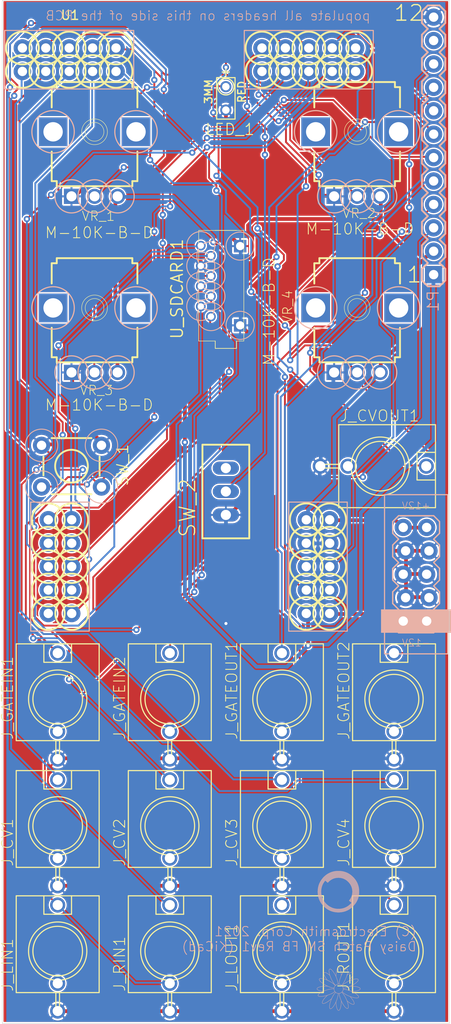
<source format=kicad_pcb>
(kicad_pcb (version 20240108) (generator "pcbnew") (generator_version "8.0")
  (layers (0 "F.Cu" signal "Top") (31 "B.Cu" signal "Bottom") (34 "B.Paste" user) (35 "F.Paste" user) (36 "B.SilkS" user "B.Silkscreen") (37 "F.SilkS" user "F.Silkscreen") (38 "B.Mask" user) (39 "F.Mask" user) (44 "Edge.Cuts" user))
  (net 0 "")
  (net 1 "+12V")
  (net 2 "-12V")
  (net 3 "GND")
  (net 4 "+5V")
  (net 5 "+3V3")
  (net 6 "/SIG_USB_DM")
  (net 7 "/SIG_UART_TX")
  (net 8 "/SIG_USB_DP")
  (net 9 "/SIG_UART_RX")
  (net 10 "/SIG_ROUT")
  (net 11 "/SIG_GATE_IN_1")
  (net 12 "/SIG_LOUT")
  (net 13 "/SIG_GATE_IN_2")
  (net 14 "/SIG_RIN")
  (net 15 "/SIG_SW2")
  (net 16 "/SIG_LIN")
  (net 17 "/SIG_SW1")
  (net 18 "/SIG_GATE_OUT_1")
  (net 19 "/SIG_GATE_OUT_2")
  (net 20 "/SIG_CVOUT2")
  (net 21 "/SIG_CVOUT1")
  (net 22 "/SIG_KNOB4")
  (net 23 "/SIG_CV4")
  (net 24 "/SIG_KNOB3")
  (net 25 "/SIG_CV3")
  (net 26 "/SIG_KNOB2")
  (net 27 "/SIG_CV2")
  (net 28 "/SIG_KNOB1")
  (net 29 "/SIG_CV1")
  (net 30 "/SD_CK")
  (net 31 "/SD_D0")
  (net 32 "/SD_CMD")
  (net 33 "/SD_D1")
  (net 34 "/SIG_SPI_MISO")
  (net 35 "/SD_D2")
  (net 36 "/SIG_SPI_MOSI")
  (net 37 "/SD_D3")
  (net 38 "/SIG_SPI_SCK")
  (net 39 "/SIG_SPI_NSS")
  (net 40 "Net-(J_CV1-PadNORM)")
  (net 41 "Net-(J_CV2-PadNORM)")
  (net 42 "Net-(J_CV3-PadNORM)")
  (net 43 "Net-(J_CV4-PadNORM)")
  (net 44 "Net-(J_GATEIN1-PadNORM)")
  (net 45 "Net-(J_GATEIN2-PadNORM)")
  (net 46 "Net-(J_GATEOUT1-PadNORM)")
  (net 47 "Net-(J_GATEOUT2-PadNORM)")
  (net 48 "Net-(J_CVOUT1-PadNORM)")
  (net 49 "Net-(SW_2-Pad3)")
  (net 50 "Net-(P1-Pad11)")
  (net 51 "Net-(J_LIN1-PadNORM)")
  (net 52 "Net-(J_LOUT1-PadNORM)")
  (net 53 "Net-(J_ROUT1-PadNORM)")
  (footprint "ES_Daisy_Patch_SM_FB_Rev1:S_JACK" (layer "F.Cu") (at 130.2511 139.0655)
    (property "Reference" "J_CV1")
    (property "Value" "EURO_JACK" (hide yes))
  )
  (footprint "ES_Daisy_Patch_SM_FB_Rev1:S_JACK" (layer "F.Cu") (at 142.4178 139.0655)
    (property "Reference" "J_CV2")
    (property "Value" "EURO_JACK" (hide yes))
  )
  (footprint "ES_Daisy_Patch_SM_FB_Rev1:S_JACK" (layer "F.Cu") (at 154.5844 139.0655)
    (property "Reference" "J_CV3")
    (property "Value" "EURO_JACK" (hide yes))
  )
  (footprint "ES_Daisy_Patch_SM_FB_Rev1:S_JACK" (layer "F.Cu") (at 166.7511 139.0655)
    (property "Reference" "J_CV4")
    (property "Value" "EURO_JACK" (hide yes))
  )
  (footprint "ES_Daisy_Patch_SM_FB_Rev1:S_JACK" (layer "F.Cu") (at 165.2511 100.0358 -90)
    (property "Reference" "J_CVOUT1")
    (property "Value" "EURO_JACK" (hide yes))
  )
  (footprint "ES_Daisy_Patch_SM_FB_Rev1:S_JACK" (layer "F.Cu") (at 130.2511 125.3155)
    (property "Reference" "J_GATEIN1")
    (property "Value" "EURO_JACK" (hide yes))
  )
  (footprint "ES_Daisy_Patch_SM_FB_Rev1:S_JACK" (layer "F.Cu") (at 142.4178 125.3155)
    (property "Reference" "J_GATEIN2")
    (property "Value" "EURO_JACK" (hide yes))
  )
  (footprint "ES_Daisy_Patch_SM_FB_Rev1:S_JACK" (layer "F.Cu") (at 154.5844 125.3155)
    (property "Reference" "J_GATEOUT1")
    (property "Value" "EURO_JACK" (hide yes))
  )
  (footprint "ES_Daisy_Patch_SM_FB_Rev1:S_JACK" (layer "F.Cu") (at 166.7511 125.3155)
    (property "Reference" "J_GATEOUT2")
    (property "Value" "EURO_JACK" (hide yes))
  )
  (footprint "ES_Daisy_Patch_SM_FB_Rev1:S_JACK" (layer "F.Cu") (at 130.2511 152.6536)
    (property "Reference" "J_LIN1")
    (property "Value" "EURO_JACK" (hide yes))
  )
  (footprint "ES_Daisy_Patch_SM_FB_Rev1:S_JACK" (layer "F.Cu") (at 154.5844 152.6536)
    (property "Reference" "J_LOUT1")
    (property "Value" "EURO_JACK" (hide yes))
  )
  (footprint "ES_Daisy_Patch_SM_FB_Rev1:S_JACK" (layer "F.Cu") (at 142.4178 152.6536)
    (property "Reference" "J_RIN1")
    (property "Value" "EURO_JACK" (hide yes))
  )
  (footprint "ES_Daisy_Patch_SM_FB_Rev1:S_JACK" (layer "F.Cu") (at 166.7511 152.6536)
    (property "Reference" "J_ROUT1")
    (property "Value" "EURO_JACK" (hide yes))
  )
  (footprint "ES_Daisy_Patch_SM_FB_Rev1:VERT_MICROSD_CENTERED" (layer "F.Cu") (at 148.5011 80.8554 90)
    (property "Reference" "U_SDCARD1")
    (property "Value" "MICRO_SD_CARDCENTERED" (hide yes))
  )
  (footprint "ES_Daisy_Patch_SM_FB_Rev1:9MM_SNAP-IN_POT_SILK" (layer "F.Cu") (at 134.2511 63.7556)
    (property "Reference" "VR_1")
    (property "Value" "M-10K-B-D")
  )
  (footprint "ES_Daisy_Patch_SM_FB_Rev1:9MM_SNAP-IN_POT_SILK" (layer "F.Cu") (at 162.7511 63.7556)
    (property "Reference" "VR_2")
    (property "Value" "M-10K-B-D")
  )
  (footprint "ES_Daisy_Patch_SM_FB_Rev1:9MM_SNAP-IN_POT_SILK" (layer "F.Cu") (at 134.2511 82.8648)
    (property "Reference" "VR_3")
    (property "Value" "M-10K-B-D")
  )
  (footprint "ES_Daisy_Patch_SM_FB_Rev1:9MM_SNAP-IN_POT_SILK" (layer "F.Cu") (at 162.7511 82.8648)
    (property "Reference" "VR_4")
    (property "Value" "M-10K-B-D")
  )
  (footprint "ES_Daisy_Patch_SM_FB_Rev1:LED" (layer "F.Cu") (at 148.5011 60.1275 -90)
    (property "Reference" "LED_1")
    (property "Value" "LED")
  )
  (footprint "ES_Daisy_Patch_SM_FB_Rev1:TL1105SPF250Q_SILK" (layer "F.Cu") (at 131.7511 100.0358 180)
    (property "Reference" "SW_1")
    (property "Value" "minibutton" (hide yes))
  )
  (footprint "ES_Daisy_Patch_SM_FB_Rev1:TOGGLE_ON-ON" (layer "F.Cu") (at 148.5011 102.7858 90)
    (property "Reference" "SW_2")
    (property "Value" "TOGGLE_ON-ON")
  )
  (footprint "Electrosmith-Boards:ES_DAISY_PATCH_SM_REV1" (layer "F.Cu") (at 144.5011 83.9336 90)
    (property "Reference" "U1")
    (property "Value" "ES_DAISY_PATCH_SM_REV1")
  )
  (footprint "ES_Daisy_Patch_SM_FB_Rev1:EURORACK_POWER_SHROUD_LOCK" (layer "B.Cu") (at 169.1511 111.7636 -90)
    (property "Reference" "EP1" (hide yes))
    (property "Value" "EURORACK_POWERLOCK" (hide yes))
  )
  (footprint "ES_Daisy_Patch_SM_FB_Rev1:1X12" (layer "B.Cu") (at 171.0511 79.2536 90)
    (property "Reference" "P1")
    (property "Value" "M12")
  )
  (footprint "ES_Daisy_Patch_SM_FB_Rev1:ES_DAISY_LOGO_1" (layer "B.Cu") (at 160.7511 156.7536 180)
    (property "Reference" "U$2" (hide yes))
    (property "Value" "DAISYLOGO" (hide yes))
  )
  (footprint "ES_Daisy_Patch_SM_FB_Rev1:ES_CIRCLE_4.5MM" (layer "B.Cu") (at 160.7511 146.2536 180)
    (property "Reference" "LOGO1" (hide yes))
    (property "Value" "ELECTROSMITH_CIRCLE_4.5MM" (hide yes))
  )
  (gr_line (start 124.2511 160.5036) (end 172.7511 160.5036) (stroke (width 0.05)) (layer "Edge.Cuts"))
  (gr_line (start 124.2511 49.5036) (end 172.7511 49.5036) (stroke (width 0.05)) (layer "Edge.Cuts"))
  (gr_line (start 124.2511 160.5036) (end 124.2511 49.5036) (stroke (width 0.05)) (layer "Edge.Cuts"))
  (gr_line (start 172.7511 160.5036) (end 172.7511 49.5036) (stroke (width 0.05)) (layer "Edge.Cuts"))
  (gr_text "(C) Electrosmith Corp. 2021\nDaisy Patch SM FB Rev1 (KiCad)" (at 169.2511 152.7536 0) (layer "B.SilkS") (effects (font (size 1.01346 1.01346) (thickness 0.085344)) (justify left bottom mirror)))
  (gr_text "populate all headers on this side of the PCB" (at 164.2511 51.7536 0) (layer "B.SilkS") (effects (font (size 1.01346 1.01346) (thickness 0.085344)) (justify left bottom mirror)))
  (gr_text "1" (at 168.0511 80.2536 0) (layer "F.SilkS") (effects (font (size 1.6891 1.6891) (thickness 0.14224)) (justify left bottom)))
  (gr_text "12" (at 166.6511 51.8536 0) (layer "F.SilkS") (effects (font (size 1.6891 1.6891) (thickness 0.14224)) (justify left bottom)))
  (segment (start 170.2284 106.7047) (end 167.8281 106.7047) (width 0.4064) (layer "F.Cu") (net 1))
  (segment (start 167.8281 106.7047) (end 167.7541 106.6836) (width 0.4064) (layer "F.Cu") (net 1))
  (segment (start 170.2284 106.7047) (end 170.2941 106.6836) (width 0.4064) (layer "F.Cu") (net 1))
  (segment (start 166.9137 105.9046) (end 159.9414 105.9046) (width 0.4064) (layer "F.Cu") (net 1))
  (segment (start 167.5995 106.5904) (end 166.9137 105.9046) (width 0.4064) (layer "F.Cu") (net 1))
  (segment (start 159.9414 105.9046) (end 159.8981 105.8536) (width 0.4064) (layer "F.Cu") (net 1))
  (segment (start 167.5995 106.5904) (end 167.7541 106.6836) (width 0.4064) (layer "F.Cu") (net 1))
  (segment (start 170.2284 116.7631) (end 167.8281 116.7631) (width 0.4064) (layer "F.Cu") (net 2))
  (segment (start 167.8281 116.7631) (end 167.7541 116.8436) (width 0.4064) (layer "F.Cu") (net 2))
  (segment (start 170.2284 116.7631) (end 170.2941 116.8436) (width 0.4064) (layer "F.Cu") (net 2))
  (segment (start 166.9137 116.0773) (end 159.9414 116.0773) (width 0.4064) (layer "F.Cu") (net 2))
  (segment (start 167.5995 116.7631) (end 166.9137 116.0773) (width 0.4064) (layer "F.Cu") (net 2))
  (segment (start 159.9414 116.0773) (end 159.8981 116.0136) (width 0.4064) (layer "F.Cu") (net 2))
  (segment (start 167.5995 116.7631) (end 167.7541 116.8436) (width 0.4064) (layer "F.Cu") (net 2))
  (segment (start 131.8236 94.246) (end 131.8236 89.9026) (width 0.4064) (layer "F.Cu") (net 3))
  (segment (start 134.9097 97.3321) (end 133.5381 95.9605) (width 0.4064) (layer "F.Cu") (net 3))
  (segment (start 133.5381 95.9605) (end 131.8236 94.246) (width 0.4064) (layer "F.Cu") (net 3))
  (segment (start 134.9097 97.675) (end 134.9097 97.3321) (width 0.4064) (layer "F.Cu") (net 3))
  (segment (start 131.8236 89.9026) (end 131.7511 89.8648) (width 0.4064) (layer "F.Cu") (net 3))
  (segment (start 134.9097 97.675) (end 135.0023 97.7752) (width 0.4064) (layer "F.Cu") (net 3))
  (segment (start 131.8236 97.675) (end 128.5089 97.675) (width 0.4064) (layer "F.Cu") (net 3))
  (segment (start 133.5381 95.9605) (end 131.8236 97.675) (width 0.4064) (layer "F.Cu") (net 3))
  (segment (start 128.5089 97.675) (end 128.4999 97.7752) (width 0.4064) (layer "F.Cu") (net 3))
  (segment (start 145.7682 77.7868) (end 145.7682 78.244) (width 0.4064) (layer "F.Cu") (net 3))
  (segment (start 144.6252 76.6438) (end 145.7682 77.7868) (width 0.4064) (layer "F.Cu") (net 3))
  (segment (start 144.6252 75.6151) (end 144.6252 76.6438) (width 0.4064) (layer "F.Cu") (net 3))
  (segment (start 145.5396 74.7007) (end 144.6252 75.6151) (width 0.4064) (layer "F.Cu") (net 3))
  (segment (start 148.6257 74.7007) (end 148.5114 74.7007) (width 0.4064) (layer "F.Cu") (net 3))
  (segment (start 148.5114 74.7007) (end 145.5396 74.7007) (width 0.4064) (layer "F.Cu") (net 3))
  (segment (start 149.9973 76.0723) (end 148.6257 74.7007) (width 0.4064) (layer "F.Cu") (net 3))
  (segment (start 145.7682 78.244) (end 145.7811 78.3054) (width 0.4064) (layer "F.Cu") (net 3))
  (segment (start 149.9973 76.0723) (end 150.0511 76.1554) (width 0.4064) (layer "F.Cu") (net 3))
  (segment (start 148.5114 74.7007) (end 148.5114 70.7002) (width 0.4064) (layer "F.Cu") (net 3))
  (segment (start 148.5114 70.7002) (end 148.5114 61.4419) (width 0.4064) (layer "F.Cu") (net 3))
  (segment (start 148.5114 61.4419) (end 148.5011 61.3975) (width 0.4064) (layer "F.Cu") (net 3))
  (segment (start 148.9686 105.2188) (end 148.5114 105.2188) (width 0.4064) (layer "F.Cu") (net 3))
  (segment (start 150.7974 103.39) (end 148.9686 105.2188) (width 0.4064) (layer "F.Cu") (net 3))
  (segment (start 150.7974 85.4449) (end 150.7974 103.39) (width 0.4064) (layer "F.Cu") (net 3))
  (segment (start 150.1116 84.7591) (end 150.7974 85.4449) (width 0.4064) (layer "F.Cu") (net 3))
  (segment (start 148.5114 105.2188) (end 148.5011 105.3258) (width 0.4064) (layer "F.Cu") (net 3))
  (segment (start 150.1116 84.7591) (end 150.0511 84.7554) (width 0.4064) (layer "F.Cu") (net 3))
  (segment (start 132.1665 70.7002) (end 131.8236 70.7002) (width 0.4064) (layer "F.Cu") (net 3))
  (segment (start 133.6524 69.2143) (end 132.1665 70.7002) (width 0.4064) (layer "F.Cu") (net 3))
  (segment (start 137.31 69.2143) (end 133.6524 69.2143) (width 0.4064) (layer "F.Cu") (net 3))
  (segment (start 140.6247 72.529) (end 137.31 69.2143) (width 0.4064) (layer "F.Cu") (net 3))
  (segment (start 140.6247 73.1005) (end 140.6247 72.529) (width 0.4064) (layer "F.Cu") (net 3))
  (segment (start 143.025 75.5008) (end 140.6247 73.1005) (width 0.4064) (layer "F.Cu") (net 3))
  (segment (start 144.5109 75.5008) (end 143.025 75.5008) (width 0.4064) (layer "F.Cu") (net 3))
  (segment (start 131.8236 70.7002) (end 131.7511 70.7556) (width 0.4064) (layer "F.Cu") (net 3))
  (segment (start 144.5109 75.5008) (end 144.6252 75.6151) (width 0.4064) (layer "F.Cu") (net 3))
  (segment (start 148.5114 70.7002) (end 160.17 70.7002) (width 0.4064) (layer "F.Cu") (net 3))
  (segment (start 160.17 70.7002) (end 160.2511 70.7556) (width 0.4064) (layer "F.Cu") (net 3))
  (segment (start 170.2284 111.7339) (end 167.8281 111.7339) (width 0.4064) (layer "F.Cu") (net 3))
  (segment (start 167.8281 111.7339) (end 167.7541 111.7636) (width 0.4064) (layer "F.Cu") (net 3))
  (segment (start 170.2284 111.7339) (end 170.2941 111.7636) (width 0.4064) (layer "F.Cu") (net 3))
  (segment (start 168.0567 111.8482) (end 168.0567 114.2485) (width 0.4064) (layer "F.Cu") (net 3))
  (segment (start 168.0567 114.2485) (end 168.0081 114.3036) (width 0.4064) (layer "F.Cu") (net 3))
  (segment (start 168.0567 111.8482) (end 167.7541 111.7636) (width 0.4064) (layer "F.Cu") (net 3))
  (segment (start 168.0567 111.6196) (end 168.0567 109.3336) (width 0.4064) (layer "F.Cu") (net 3))
  (segment (start 168.0567 109.3336) (end 168.0081 109.2236) (width 0.4064) (layer "F.Cu") (net 3))
  (segment (start 168.0567 111.6196) (end 167.7541 111.7636) (width 0.4064) (layer "F.Cu") (net 3))
  (segment (start 168.171 114.2485) (end 170.457 114.2485) (width 0.4064) (layer "F.Cu") (net 3))
  (segment (start 170.457 114.2485) (end 170.5481 114.3036) (width 0.4064) (layer "F.Cu") (net 3))
  (segment (start 168.171 114.2485) (end 168.0081 114.3036) (width 0.4064) (layer "F.Cu") (net 3))
  (segment (start 168.171 109.2193) (end 170.457 109.2193) (width 0.4064) (layer "F.Cu") (net 3))
  (segment (start 170.457 109.2193) (end 170.5481 109.2236) (width 0.4064) (layer "F.Cu") (net 3))
  (segment (start 168.171 109.2193) (end 168.0081 109.2236) (width 0.4064) (layer "F.Cu") (net 3))
  (segment (start 160.5129 109.2193) (end 167.8281 109.2193) (width 0.4064) (layer "F.Cu") (net 3))
  (segment (start 159.7128 108.4192) (end 160.5129 109.2193) (width 0.4064) (layer "F.Cu") (net 3))
  (segment (start 167.8281 109.2193) (end 168.0081 109.2236) (width 0.4064) (layer "F.Cu") (net 3))
  (segment (start 159.7128 108.4192) (end 159.6441 108.3936) (width 0.4064) (layer "F.Cu") (net 3))
  (segment (start 142.3392 131.7364) (end 136.3956 131.7364) (width 0.4064) (layer "F.Cu") (net 3))
  (segment (start 136.3956 131.7364) (end 130.3377 131.7364) (width 0.4064) (layer "F.Cu") (net 3))
  (segment (start 130.3377 131.7364) (end 130.2511 131.8155) (width 0.4064) (layer "F.Cu") (net 3))
  (segment (start 142.3392 131.7364) (end 142.4178 131.8155) (width 0.4064) (layer "F.Cu") (net 3))
  (segment (start 142.5678 131.7364) (end 148.5114 131.7364) (width 0.4064) (layer "F.Cu") (net 3))
  (segment (start 148.5114 131.7364) (end 154.5693 131.7364) (width 0.4064) (layer "F.Cu") (net 3))
  (segment (start 154.5693 131.7364) (end 154.5844 131.8155) (width 0.4064) (layer "F.Cu") (net 3))
  (segment (start 142.5678 131.7364) (end 142.4178 131.8155) (width 0.4064) (layer "F.Cu") (net 3))
  (segment (start 142.3392 159.1684) (end 136.3956 159.1684) (width 0.4064) (layer "F.Cu") (net 3))
  (segment (start 136.3956 159.1684) (end 130.3377 159.1684) (width 0.4064) (layer "F.Cu") (net 3))
  (segment (start 130.3377 159.1684) (end 130.2511 159.1536) (width 0.4064) (layer "F.Cu") (net 3))
  (segment (start 142.3392 159.1684) (end 142.4178 159.1536) (width 0.4064) (layer "F.Cu") (net 3))
  (segment (start 142.5678 159.1684) (end 154.5693 159.1684) (width 0.4064) (layer "F.Cu") (net 3))
  (segment (start 154.5693 159.1684) (end 154.5844 159.1536) (width 0.4064) (layer "F.Cu") (net 3))
  (segment (start 142.5678 159.1684) (end 142.4178 159.1536) (width 0.4064) (layer "F.Cu") (net 3))
  (segment (start 154.6836 159.1684) (end 166.6851 159.1684) (width 0.4064) (layer "F.Cu") (net 3))
  (segment (start 166.6851 159.1684) (end 166.7511 159.1536) (width 0.4064) (layer "F.Cu") (net 3))
  (segment (start 154.6836 159.1684) (end 154.5844 159.1536) (width 0.4064) (layer "F.Cu") (net 3))
  (segment (start 142.3392 145.5667) (end 136.3956 145.5667) (width 0.4064) (layer "F.Cu") (net 3))
  (segment (start 136.3956 145.5667) (end 130.3377 145.5667) (width 0.4064) (layer "F.Cu") (net 3))
  (segment (start 130.3377 145.5667) (end 130.2511 145.5655) (width 0.4064) (layer "F.Cu") (net 3))
  (segment (start 142.3392 145.5667) (end 142.4178 145.5655) (width 0.4064) (layer "F.Cu") (net 3))
  (segment (start 142.5678 145.5667) (end 154.5693 145.5667) (width 0.4064) (layer "F.Cu") (net 3))
  (segment (start 154.5693 145.5667) (end 154.5844 145.5655) (width 0.4064) (layer "F.Cu") (net 3))
  (segment (start 142.5678 145.5667) (end 142.4178 145.5655) (width 0.4064) (layer "F.Cu") (net 3))
  (segment (start 136.3956 145.5667) (end 136.3956 159.1684) (width 0.4064) (layer "F.Cu") (net 3))
  (segment (start 136.3956 145.5667) (end 136.3956 131.7364) (width 0.4064) (layer "F.Cu") (net 3))
  (segment (start 148.5114 131.7364) (end 148.5114 117.106) (width 0.4064) (layer "F.Cu") (net 3))
  (via (at 148.5114 117.106) (size 0.6858) (drill 0.3302) (layers "F.Cu" "B.Cu") (net 3))
  (segment (start 150.1116 76.1866) (end 150.1116 84.6448) (width 0.4064) (layer "B.Cu") (net 3))
  (segment (start 150.1116 84.6448) (end 150.0511 84.7554) (width 0.4064) (layer "B.Cu") (net 3))
  (segment (start 150.1116 76.1866) (end 150.0511 76.1554) (width 0.4064) (layer "B.Cu") (net 3))
  (segment (start 149.7687 55.1554) (end 153.5406 51.3835) (width 0.4064) (layer "B.Cu") (net 3))
  (segment (start 149.7687 60.0703) (end 149.7687 55.1554) (width 0.4064) (layer "B.Cu") (net 3))
  (segment (start 148.5114 61.3276) (end 149.7687 60.0703) (width 0.4064) (layer "B.Cu") (net 3))
  (segment (start 148.5114 61.3276) (end 148.5011 61.3975) (width 0.4064) (layer "B.Cu") (net 3))
  (segment (start 132.2808 89.7883) (end 131.8236 89.7883) (width 0.4064) (layer "B.Cu") (net 3))
  (segment (start 136.9671 85.102) (end 132.2808 89.7883) (width 0.4064) (layer "B.Cu") (net 3))
  (segment (start 140.5104 85.102) (end 136.9671 85.102) (width 0.4064) (layer "B.Cu") (net 3))
  (segment (start 144.6252 80.9872) (end 140.5104 85.102) (width 0.4064) (layer "B.Cu") (net 3))
  (segment (start 144.6252 79.5013) (end 144.6252 80.9872) (width 0.4064) (layer "B.Cu") (net 3))
  (segment (start 145.7682 78.3583) (end 144.6252 79.5013) (width 0.4064) (layer "B.Cu") (net 3))
  (segment (start 131.8236 89.7883) (end 131.7511 89.8648) (width 0.4064) (layer "B.Cu") (net 3))
  (segment (start 145.7682 78.3583) (end 145.7811 78.3054) (width 0.4064) (layer "B.Cu") (net 3))
  (segment (start 158.6841 102.247) (end 158.6841 100.0753) (width 0.4064) (layer "B.Cu") (net 3))
  (segment (start 155.7123 105.2188) (end 158.6841 102.247) (width 0.4064) (layer "B.Cu") (net 3))
  (segment (start 155.7123 106.9333) (end 155.7123 105.2188) (width 0.4064) (layer "B.Cu") (net 3))
  (segment (start 157.0839 108.3049) (end 155.7123 106.9333) (width 0.4064) (layer "B.Cu") (net 3))
  (segment (start 158.6841 100.0753) (end 158.7511 100.0358) (width 0.4064) (layer "B.Cu") (net 3))
  (segment (start 157.0839 108.3049) (end 157.1041 108.3936) (width 0.4064) (layer "B.Cu") (net 3))
  (segment (start 160.17 93.6745) (end 160.17 89.9026) (width 0.4064) (layer "B.Cu") (net 3))
  (segment (start 158.7984 95.0461) (end 160.17 93.6745) (width 0.4064) (layer "B.Cu") (net 3))
  (segment (start 158.7984 99.8467) (end 158.7984 95.0461) (width 0.4064) (layer "B.Cu") (net 3))
  (segment (start 160.17 89.9026) (end 160.2511 89.8648) (width 0.4064) (layer "B.Cu") (net 3))
  (segment (start 158.7984 99.8467) (end 158.7511 100.0358) (width 0.4064) (layer "B.Cu") (net 3))
  (segment (start 157.3125 108.4192) (end 159.5985 108.4192) (width 0.4064) (layer "B.Cu") (net 3))
  (segment (start 159.5985 108.4192) (end 159.6441 108.3936) (width 0.4064) (layer "B.Cu") (net 3))
  (segment (start 157.3125 108.4192) (end 157.1041 108.3936) (width 0.4064) (layer "B.Cu") (net 3))
  (segment (start 154.6836 131.7364) (end 165.3135 131.7364) (width 0.4064) (layer "B.Cu") (net 3))
  (segment (start 165.3135 131.7364) (end 166.6851 131.7364) (width 0.4064) (layer "B.Cu") (net 3))
  (segment (start 166.6851 131.7364) (end 166.7511 131.8155) (width 0.4064) (layer "B.Cu") (net 3))
  (segment (start 154.6836 131.7364) (end 154.5844 131.8155) (width 0.4064) (layer "B.Cu") (net 3))
  (segment (start 154.6836 145.5667) (end 166.6851 145.5667) (width 0.4064) (layer "B.Cu") (net 3))
  (segment (start 166.6851 145.5667) (end 166.7511 145.5655) (width 0.4064) (layer "B.Cu") (net 3))
  (segment (start 154.6836 145.5667) (end 154.5844 145.5655) (width 0.4064) (layer "B.Cu") (net 3))
  (segment (start 165.3135 116.9917) (end 167.9424 114.3628) (width 0.4064) (layer "B.Cu") (net 3))
  (segment (start 165.3135 131.7364) (end 165.3135 116.9917) (width 0.4064) (layer "B.Cu") (net 3))
  (segment (start 167.9424 114.3628) (end 168.0081 114.3036) (width 0.4064) (layer "B.Cu") (net 3))
  (segment (start 148.5114 117.106) (end 148.5114 105.3331) (width 0.4064) (layer "B.Cu") (net 3))
  (segment (start 148.5114 105.3331) (end 148.5011 105.3258) (width 0.4064) (layer "B.Cu") (net 3))
  (segment (start 153.6105 51.3136) (end 171.0511 51.3136) (width 0.406) (layer "B.Cu") (net 3))
  (segment (start 153.5406 51.3835) (end 153.6105 51.3136) (width 0.406) (layer "B.Cu") (net 3))
  (segment (start 136.7385 84.8734) (end 136.7385 89.7883) (width 0.4064) (layer "F.Cu") (net 4))
  (segment (start 136.5099 84.6448) (end 136.7385 84.8734) (width 0.4064) (layer "F.Cu") (net 4))
  (segment (start 136.5099 71.0431) (end 136.5099 84.6448) (width 0.4064) (layer "F.Cu") (net 4))
  (segment (start 136.7385 70.8145) (end 136.5099 71.0431) (width 0.4064) (layer "F.Cu") (net 4))
  (segment (start 136.7385 89.7883) (end 136.7511 89.8648) (width 0.4064) (layer "F.Cu") (net 4))
  (segment (start 136.7385 70.8145) (end 136.7511 70.7556) (width 0.4064) (layer "F.Cu") (net 4))
  (segment (start 165.3135 88.8739) (end 165.3135 89.7883) (width 0.4064) (layer "F.Cu") (net 4))
  (segment (start 169.4283 84.7591) (end 165.3135 88.8739) (width 0.4064) (layer "F.Cu") (net 4))
  (segment (start 169.4283 78.1297) (end 169.4283 84.7591) (width 0.4064) (layer "F.Cu") (net 4))
  (segment (start 169.59975 77.95825) (end 169.4283 78.1297) (width 0.4064) (layer "F.Cu") (net 4))
  (segment (start 165.3135 89.7883) (end 165.2511 89.8648) (width 0.4064) (layer "F.Cu") (net 4))
  (segment (start 165.3135 73.672) (end 165.3135 73.2148) (width 0.4064) (layer "F.Cu") (net 4))
  (segment (start 165.3135 73.2148) (end 165.3135 70.8145) (width 0.4064) (layer "F.Cu") (net 4))
  (segment (start 169.59975 77.95825) (end 165.3135 73.672) (width 0.4064) (layer "F.Cu") (net 4))
  (segment (start 165.3135 70.8145) (end 165.2511 70.7556) (width 0.4064) (layer "F.Cu") (net 4))
  (segment (start 147.3684 75.7294) (end 147.1398 75.7294) (width 0.4064) (layer "F.Cu") (net 4))
  (segment (start 149.0829 77.4439) (end 147.3684 75.7294) (width 0.4064) (layer "F.Cu") (net 4))
  (segment (start 151.026 77.4439) (end 149.0829 77.4439) (width 0.4064) (layer "F.Cu") (net 4))
  (segment (start 151.3689 77.101) (end 151.026 77.4439) (width 0.4064) (layer "F.Cu") (net 4))
  (segment (start 151.3689 75.0436) (end 151.3689 77.101) (width 0.4064) (layer "F.Cu") (net 4))
  (segment (start 150.9117 74.5864) (end 151.3689 75.0436) (width 0.4064) (layer "F.Cu") (net 4))
  (segment (start 150.9117 73.9006) (end 150.9117 74.5864) (width 0.4064) (layer "F.Cu") (net 4))
  (segment (start 151.5975 73.2148) (end 150.9117 73.9006) (width 0.4064) (layer "F.Cu") (net 4))
  (segment (start 165.3135 73.2148) (end 151.5975 73.2148) (width 0.4064) (layer "F.Cu") (net 4))
  (segment (start 171.0511 76.7136) (end 170.849393 76.7136) (width 0.4064) (layer "F.Cu") (net 4))
  (segment (start 170.849393 76.7136) (end 169.604743 77.95825) (width 0.4064) (layer "F.Cu") (net 4))
  (segment (start 169.604743 77.95825) (end 169.59975 77.95825) (width 0.4064) (layer "F.Cu") (net 4))
  (via (at 147.1398 75.7294) (size 0.6858) (drill 0.3302) (layers "F.Cu" "B.Cu") (net 4))
  (segment (start 157.4268 104.7616) (end 157.4268 105.7903) (width 0.4064) (layer "B.Cu") (net 4))
  (segment (start 160.2843 101.9041) (end 157.4268 104.7616) (width 0.4064) (layer "B.Cu") (net 4))
  (segment (start 160.2843 94.8175) (end 160.2843 101.9041) (width 0.4064) (layer "B.Cu") (net 4))
  (segment (start 165.1992 89.9026) (end 160.2843 94.8175) (width 0.4064) (layer "B.Cu") (net 4))
  (segment (start 157.4268 105.7903) (end 157.3581 105.8536) (width 0.4064) (layer "B.Cu") (net 4))
  (segment (start 165.1992 89.9026) (end 165.2511 89.8648) (width 0.4064) (layer "B.Cu") (net 4))
  (segment (start 142.7964 70.8145) (end 136.8528 70.8145) (width 0.4064) (layer "B.Cu") (net 4))
  (segment (start 147.1398 75.1579) (end 142.7964 70.8145) (width 0.4064) (layer "B.Cu") (net 4))
  (segment (start 147.1398 75.7294) (end 147.1398 75.1579) (width 0.4064) (layer "B.Cu") (net 4))
  (segment (start 136.8528 70.8145) (end 136.7511 70.7556) (width 0.4064) (layer "B.Cu") (net 4))
  (segment (start 145.7682 81.1015) (end 145.7682 80.53) (width 0.4064) (layer "F.Cu") (net 5))
  (segment (start 144.0537 82.816) (end 145.7682 81.1015) (width 0.4064) (layer "F.Cu") (net 5))
  (segment (start 144.0537 97.4464) (end 144.0537 82.816) (width 0.4064) (layer "F.Cu") (net 5))
  (segment (start 157.4268 116.0773) (end 157.4268 119.5063) (width 0.4064) (layer "F.Cu") (net 5))
  (segment (start 145.7682 80.53) (end 145.7811 80.5054) (width 0.4064) (layer "F.Cu") (net 5))
  (segment (start 157.4268 116.0773) (end 157.3581 116.0136) (width 0.4064) (layer "F.Cu") (net 5))
  (via (at 144.0537 97.4464) (size 0.6858) (drill 0.3302) (layers "F.Cu" "B.Cu") (net 5))
  (via (at 157.4268 119.5063) (size 0.6858) (drill 0.3302) (layers "F.Cu" "B.Cu") (net 5))
  (segment (start 144.0537 114.0199) (end 144.0537 97.4464) (width 0.4064) (layer "B.Cu") (net 5))
  (segment (start 151.8261 121.7923) (end 144.0537 114.0199) (width 0.4064) (layer "B.Cu") (net 5))
  (segment (start 155.1408 121.7923) (end 151.8261 121.7923) (width 0.4064) (layer "B.Cu") (net 5))
  (segment (start 157.4268 119.5063) (end 155.1408 121.7923) (width 0.4064) (layer "B.Cu") (net 5))
  (segment (start 171.0285 97.2178) (end 171.0285 81.3936) (width 0.4064) (layer "B.Cu") (net 5))
  (segment (start 171.0285 81.3936) (end 171.0285 81.1777) (width 0.4064) (layer "B.Cu") (net 5))
  (segment (start 163.1418 105.1045) (end 171.0285 97.2178) (width 0.4064) (layer "B.Cu") (net 5))
  (segment (start 163.1418 115.8487) (end 163.1418 105.1045) (width 0.4064) (layer "B.Cu") (net 5))
  (segment (start 159.5985 119.392) (end 163.1418 115.8487) (width 0.4064) (layer "B.Cu") (net 5))
  (segment (start 157.5411 119.392) (end 159.5985 119.392) (width 0.4064) (layer "B.Cu") (net 5))
  (segment (start 157.5411 119.392) (end 157.4268 119.5063) (width 0.4064) (layer "B.Cu") (net 5))
  (segment (start 171.0285 81.1777) (end 171.0285 79.2762) (width 0.4064) (layer "B.Cu") (net 5))
  (segment (start 171.0285 79.2762) (end 171.0511 79.2536) (width 0.4064) (layer "B.Cu") (net 5))
  (segment (start 168.171 74.5864) (end 167.5995 74.5864) (width 0.2032) (layer "F.Cu") (net 6))
  (segment (start 170.24745 72.50995) (end 168.171 74.5864) (width 0.2032) (layer "F.Cu") (net 6))
  (segment (start 171.0511 71.6336) (end 171.0511 71.7063) (width 0.2032) (layer "F.Cu") (net 6))
  (segment (start 171.0511 71.7063) (end 170.24745 72.50995) (width 0.2032) (layer "F.Cu") (net 6))
  (via (at 167.5995 74.5864) (size 0.6858) (drill 0.3302) (layers "F.Cu" "B.Cu") (net 6))
  (segment (start 154.9122 108.4192) (end 157.3125 110.8195) (width 0.2032) (layer "B.Cu") (net 6))
  (segment (start 154.9122 93.5602) (end 154.9122 108.4192) (width 0.2032) (layer "B.Cu") (net 6))
  (segment (start 158.9127 89.5597) (end 154.9122 93.5602) (width 0.2032) (layer "B.Cu") (net 6))
  (segment (start 158.9127 87.6166) (end 158.9127 89.5597) (width 0.2032) (layer "B.Cu") (net 6))
  (segment (start 164.8563 81.673) (end 158.9127 87.6166) (width 0.2032) (layer "B.Cu") (net 6))
  (segment (start 164.8563 77.3296) (end 164.8563 81.673) (width 0.2032) (layer "B.Cu") (net 6))
  (segment (start 167.5995 74.5864) (end 164.8563 77.3296) (width 0.2032) (layer "B.Cu") (net 6))
  (segment (start 157.3125 110.8195) (end 157.3581 110.9336) (width 0.2032) (layer "B.Cu") (net 6))
  (segment (start 168.3996 67.2712) (end 168.3996 71.9575) (width 0.2032) (layer "F.Cu") (net 7))
  (via (at 168.3996 71.9575) (size 0.6858) (drill 0.3302) (layers "F.Cu" "B.Cu") (net 7))
  (via (at 168.3996 67.2712) (size 0.6858) (drill 0.3302) (layers "F.Cu" "B.Cu") (net 7))
  (segment (start 168.3996 66.2425) (end 168.3996 67.2712) (width 0.2032) (layer "B.Cu") (net 7))
  (segment (start 169.1997 65.4424) (end 168.3996 66.2425) (width 0.2032) (layer "B.Cu") (net 7))
  (segment (start 169.1997 65.4424) (end 169.1997 58.2415) (width 0.2032) (layer "B.Cu") (net 7))
  (segment (start 171.0476 56.3936) (end 171.0511 56.3936) (width 0.2032) (layer "B.Cu") (net 7))
  (segment (start 169.1997 58.2415) (end 171.0476 56.3936) (width 0.2032) (layer "B.Cu") (net 7))
  (segment (start 168.3996 74.815) (end 165.3135 77.9011) (width 0.2032) (layer "B.Cu") (net 7))
  (segment (start 165.3135 84.6448) (end 166.6851 86.0164) (width 0.2032) (layer "B.Cu") (net 7))
  (segment (start 165.3135 77.9011) (end 165.3135 84.6448) (width 0.2032) (layer "B.Cu") (net 7))
  (segment (start 166.6851 86.0164) (end 166.6851 96.8749) (width 0.2032) (layer "B.Cu") (net 7))
  (segment (start 162.3417 101.2183) (end 162.3417 108.6583) (width 0.2032) (layer "B.Cu") (net 7))
  (segment (start 159.9414 110.8195) (end 159.8981 110.9336) (width 0.2032) (layer "B.Cu") (net 7))
  (segment (start 166.6851 96.8749) (end 162.3417 101.2183) (width 0.2032) (layer "B.Cu") (net 7))
  (segment (start 160.1805 110.8195) (end 159.9414 110.8195) (width 0.2032) (layer "B.Cu") (net 7))
  (segment (start 168.3996 71.9575) (end 168.3996 74.815) (width 0.2032) (layer "B.Cu") (net 7))
  (segment (start 162.3417 108.6583) (end 160.1805 110.8195) (width 0.2032) (layer "B.Cu") (net 7))
  (segment (start 156.9484 113.4484) (end 157.0839 113.4484) (width 0.2032) (layer "F.Cu") (net 8))
  (segment (start 163.3704 101.2183) (end 159.61155 101.2183) (width 0.2032) (layer "F.Cu") (net 8))
  (segment (start 155.598 105.23185) (end 155.598 112.098) (width 0.2032) (layer "F.Cu") (net 8))
  (segment (start 157.0839 113.4484) (end 157.1041 113.4736) (width 0.2032) (layer "F.Cu") (net 8))
  (segment (start 155.598 112.098) (end 156.9484 113.4484) (width 0.2032) (layer "F.Cu") (net 8))
  (segment (start 159.61155 101.2183) (end 155.598 105.23185) (width 0.2032) (layer "F.Cu") (net 8))
  (via (at 163.3704 101.2183) (size 0.6858) (drill 0.3302) (layers "F.Cu" "B.Cu") (net 8))
  (segment (start 163.3704 100.8754) (end 163.3704 101.2183) (width 0.2032) (layer "B.Cu") (net 8))
  (segment (start 169.5426 94.7032) (end 163.3704 100.8754) (width 0.2032) (layer "B.Cu") (net 8))
  (segment (start 169.5426 75.7294) (end 169.5426 94.7032) (width 0.2032) (layer "B.Cu") (net 8))
  (segment (start 171.0511 74.1736) (end 171.0511 74.2209) (width 0.2032) (layer "B.Cu") (net 8))
  (segment (start 171.0511 74.2209) (end 169.5426 75.7294) (width 0.2032) (layer "B.Cu") (net 8))
  (segment (start 161.4273 115.2772) (end 159.7128 113.5627) (width 0.2032) (layer "B.Cu") (net 9))
  (segment (start 161.4273 116.5345) (end 161.4273 115.2772) (width 0.2032) (layer "B.Cu") (net 9))
  (segment (start 160.3986 117.5632) (end 161.4273 116.5345) (width 0.2032) (layer "B.Cu") (net 9))
  (segment (start 156.8553 117.5632) (end 160.3986 117.5632) (width 0.2032) (layer "B.Cu") (net 9))
  (segment (start 155.0265 115.7344) (end 156.8553 117.5632) (width 0.2032) (layer "B.Cu") (net 9))
  (segment (start 155.0265 109.2193) (end 155.0265 115.7344) (width 0.2032) (layer "B.Cu") (net 9))
  (segment (start 154.455 108.6478) (end 155.0265 109.2193) (width 0.2032) (layer "B.Cu") (net 9))
  (segment (start 154.455 92.5315) (end 154.455 108.6478) (width 0.2032) (layer "B.Cu") (net 9))
  (segment (start 158.4555 88.531) (end 154.455 92.5315) (width 0.2032) (layer "B.Cu") (net 9))
  (segment (start 158.4555 87.388) (end 158.4555 88.531) (width 0.2032) (layer "B.Cu") (net 9))
  (segment (start 164.3991 81.4444) (end 158.4555 87.388) (width 0.2032) (layer "B.Cu") (net 9))
  (segment (start 164.3991 74.2435) (end 164.3991 81.4444) (width 0.2032) (layer "B.Cu") (net 9))
  (segment (start 169.6569 68.9857) (end 164.3991 74.2435) (width 0.2032) (layer "B.Cu") (net 9))
  (segment (start 169.6569 68.9857) (end 169.6569 60.4132) (width 0.2032) (layer "B.Cu") (net 9))
  (segment (start 159.7128 113.5627) (end 159.6441 113.4736) (width 0.2032) (layer "B.Cu") (net 9))
  (segment (start 171.0511 59.019) (end 171.0511 58.9336) (width 0.2032) (layer "B.Cu") (net 9))
  (segment (start 169.6569 60.4132) (end 171.0511 59.019) (width 0.2032) (layer "B.Cu") (net 9))
  (segment (start 166.6851 147.3955) (end 166.6851 147.6241) (width 0.2032) (layer "F.Cu") (net 10))
  (segment (start 156.5124 137.2228) (end 166.6851 147.3955) (width 0.2032) (layer "F.Cu") (net 10))
  (segment (start 156.5124 117.2203) (end 156.5124 137.2228) (width 0.2032) (layer "F.Cu") (net 10))
  (segment (start 154.9122 115.6201) (end 156.5124 117.2203) (width 0.2032) (layer "F.Cu") (net 10))
  (segment (start 154.9122 90.3598) (end 154.9122 115.6201) (width 0.2032) (layer "F.Cu") (net 10))
  (segment (start 166.6851 147.6241) (end 166.7511 147.6536) (width 0.2032) (layer "F.Cu") (net 10))
  (via (at 154.9122 90.3598) (size 0.6858) (drill 0.3302) (layers "F.Cu" "B.Cu") (net 10))
  (segment (start 163.9419 58.22835) (end 162.7989 59.37135) (width 0.2032) (layer "B.Cu") (net 10))
  (segment (start 162.7989 59.37135) (end 162.7989 62.9278) (width 0.2032) (layer "B.Cu") (net 10))
  (segment (start 153.1977 88.3024) (end 154.9122 90.0169) (width 0.2032) (layer "B.Cu") (net 10))
  (segment (start 162.5811 54.7906) (end 162.6846 54.8125) (width 0.2032) (layer "B.Cu") (net 10))
  (segment (start 163.9419 56.0698) (end 163.9419 58.22835) (width 0.2032) (layer "B.Cu") (net 10))
  (segment (start 160.0557 65.671) (end 159.4842 65.671) (width 0.2032) (layer "B.Cu") (net 10))
  (segment (start 162.7989 62.9278) (end 160.0557 65.671) (width 0.2032) (layer "B.Cu") (net 10))
  (segment (start 154.9122 90.0169) (end 154.9122 90.3598) (width 0.2032) (layer "B.Cu") (net 10))
  (segment (start 162.6846 54.8125) (end 163.9419 56.0698) (width 0.2032) (layer "B.Cu") (net 10))
  (segment (start 153.1977 71.9575) (end 153.1977 88.3024) (width 0.2032) (layer "B.Cu") (net 10))
  (segment (start 159.4842 65.671) (end 153.1977 71.9575) (width 0.2032) (layer "B.Cu") (net 10))
  (segment (start 126.7944 116.8774) (end 130.2234 120.3064) (width 0.2032) (layer "F.Cu") (net 11))
  (segment (start 126.7944 106.4761) (end 126.7944 116.8774) (width 0.2032) (layer "F.Cu") (net 11))
  (segment (start 131.2521 102.0184) (end 126.7944 106.4761) (width 0.2032) (layer "F.Cu") (net 11))
  (segment (start 133.4238 102.0184) (end 131.2521 102.0184) (width 0.2032) (layer "F.Cu") (net 11))
  (segment (start 140.739 74.5864) (end 140.739 94.7032) (width 0.2032) (layer "F.Cu") (net 11))
  (segment (start 142.4535 69.4429) (end 142.4535 71.8432) (width 0.2032) (layer "F.Cu") (net 11))
  (segment (start 146.454 65.4424) (end 142.4535 69.4429) (width 0.2032) (layer "F.Cu") (net 11))
  (segment (start 130.2234 120.3064) (end 130.2511 120.3155) (width 0.2032) (layer "F.Cu") (net 11))
  (via (at 133.4238 102.0184) (size 0.6858) (drill 0.3302) (layers "F.Cu" "B.Cu") (net 11))
  (via (at 140.739 94.7032) (size 0.6858) (drill 0.3302) (layers "F.Cu" "B.Cu") (net 11))
  (via (at 140.739 74.5864) (size 0.6858) (drill 0.3302) (layers "F.Cu" "B.Cu") (net 11))
  (via (at 142.4535 71.8432) (size 0.6858) (drill 0.3302) (layers "F.Cu" "B.Cu") (net 11))
  (via (at 146.454 65.4424) (size 0.6858) (drill 0.3302) (layers "F.Cu" "B.Cu") (net 11))
  (segment (start 140.739 94.7032) (end 133.4238 102.0184) (width 0.2032) (layer "B.Cu") (net 11))
  (segment (start 140.739 72.6433) (end 140.739 74.5864) (width 0.2032) (layer "B.Cu") (net 11))
  (segment (start 141.5391 71.8432) (end 140.739 72.6433) (width 0.2032) (layer "B.Cu") (net 11))
  (segment (start 142.4535 71.8432) (end 141.5391 71.8432) (width 0.2032) (layer "B.Cu") (net 11))
  (segment (start 162.5811 57.3306) (end 162.5703 57.4414) (width 0.2032) (layer "B.Cu") (net 11))
  (segment (start 152.8548 65.4424) (end 146.454 65.4424) (width 0.2032) (layer "B.Cu") (net 11))
  (segment (start 162.5703 57.4414) (end 161.0117 59) (width 0.2032) (layer "B.Cu") (net 11))
  (segment (start 159.2972 59) (end 152.8548 65.4424) (width 0.2032) (layer "B.Cu") (net 11))
  (segment (start 161.0117 59) (end 159.2972 59) (width 0.2032) (layer "B.Cu") (net 11))
  (segment (start 154.6836 147.3955) (end 154.6836 147.6241) (width 0.2032) (layer "F.Cu") (net 12))
  (segment (start 156.0552 146.0239) (end 154.6836 147.3955) (width 0.2032) (layer "F.Cu") (net 12))
  (segment (start 156.0552 117.4489) (end 156.0552 146.0239) (width 0.2032) (layer "F.Cu") (net 12))
  (segment (start 154.1121 115.5058) (end 156.0552 117.4489) (width 0.2032) (layer "F.Cu") (net 12))
  (segment (start 154.1121 88.8739) (end 154.1121 115.5058) (width 0.2032) (layer "F.Cu") (net 12))
  (segment (start 158.1126 84.8734) (end 154.1121 88.8739) (width 0.2032) (layer "F.Cu") (net 12))
  (segment (start 159.9414 84.8734) (end 158.1126 84.8734) (width 0.2032) (layer "F.Cu") (net 12))
  (segment (start 163.599 81.2158) (end 159.9414 84.8734) (width 0.2032) (layer "F.Cu") (net 12))
  (segment (start 154.6836 147.6241) (end 154.5844 147.6536) (width 0.2032) (layer "F.Cu") (net 12))
  (via (at 163.599 81.2158) (size 0.6858) (drill 0.3302) (layers "F.Cu" "B.Cu") (net 12))
  (segment (start 163.599 74.3578) (end 163.599 81.2158) (width 0.2032) (layer "B.Cu") (net 12))
  (segment (start 161.5253 53) (end 163.10045 53) (width 0.2032) (layer "B.Cu") (net 12))
  (segment (start 164.3991 64.528) (end 166.6851 66.814) (width 0.2032) (layer "B.Cu") (net 12))
  (segment (start 166.6851 66.814) (end 166.6851 71.2717) (width 0.2032) (layer "B.Cu") (net 12))
  (segment (start 160.0411 54.5366) (end 160.0557 54.4696) (width 0.2032) (layer "B.Cu") (net 12))
  (segment (start 166.6851 71.2717) (end 163.599 74.3578) (width 0.2032) (layer "B.Cu") (net 12))
  (segment (start 160.0557 54.4696) (end 161.5253 53) (width 0.2032) (layer "B.Cu") (net 12))
  (segment (start 163.10045 53) (end 164.3991 54.29865) (width 0.2032) (layer "B.Cu") (net 12))
  (segment (start 164.3991 54.29865) (end 164.3991 64.528) (width 0.2032) (layer "B.Cu") (net 12))
  (segment (start 142.4535 116.3059) (end 142.4535 120.3064) (width 0.2032) (layer "F.Cu") (net 13))
  (segment (start 145.0824 113.677) (end 142.4535 116.3059) (width 0.2032) (layer "F.Cu") (net 13))
  (segment (start 147.4827 69.5572) (end 147.4827 70.1287) (width 0.2032) (layer "F.Cu") (net 13))
  (segment (start 146.6826 68.7571) (end 147.4827 69.5572) (width 0.2032) (layer "F.Cu") (net 13))
  (segment (start 146.6826 66.2425) (end 146.6826 68.7571) (width 0.2032) (layer "F.Cu") (net 13))
  (segment (start 147.2541 65.671) (end 146.6826 66.2425) (width 0.2032) (layer "F.Cu") (net 13))
  (segment (start 147.2541 62.8135) (end 147.2541 65.671) (width 0.2032) (layer "F.Cu") (net 13))
  (segment (start 146.3397 61.8991) (end 147.2541 62.8135) (width 0.2032) (layer "F.Cu") (net 13))
  (segment (start 146.3397 61.4419) (end 146.3397 61.8991) (width 0.2032) (layer "F.Cu") (net 13))
  (segment (start 147.597 60.1846) (end 146.3397 61.4419) (width 0.2032) (layer "F.Cu") (net 13))
  (segment (start 151.4832 60.1846) (end 147.597 60.1846) (width 0.2032) (layer "F.Cu") (net 13))
  (segment (start 153.8835 62.5849) (end 151.4832 60.1846) (width 0.2032) (layer "F.Cu") (net 13))
  (segment (start 154.2264 62.5849) (end 153.8835 62.5849) (width 0.2032) (layer "F.Cu") (net 13))
  (segment (start 142.4535 120.3064) (end 142.4178 120.3155) (width 0.2032) (layer "F.Cu") (net 13))
  (via (at 145.0824 113.677) (size 0.6858) (drill 0.3302) (layers "F.Cu" "B.Cu") (net 13))
  (via (at 147.4827 70.1287) (size 0.6858) (drill 0.3302) (layers "F.Cu" "B.Cu") (net 13))
  (via (at 154.2264 62.5849) (size 0.6858) (drill 0.3302) (layers "F.Cu" "B.Cu") (net 13))
  (segment (start 145.0824 94.5889) (end 145.0824 113.677) (width 0.2032) (layer "B.Cu") (net 13))
  (segment (start 149.6544 90.0169) (end 145.0824 94.5889) (width 0.2032) (layer "B.Cu") (net 13))
  (segment (start 149.6544 86.4736) (end 149.6544 90.0169) (width 0.2032) (layer "B.Cu") (net 13))
  (segment (start 148.0542 84.8734) (end 149.6544 86.4736) (width 0.2032) (layer "B.Cu") (net 13))
  (segment (start 148.0542 70.7002) (end 148.0542 84.8734) (width 0.2032) (layer "B.Cu") (net 13))
  (segment (start 147.4827 70.1287) (end 148.0542 70.7002) (width 0.2032) (layer "B.Cu") (net 13))
  (segment (start 154.455 62.5849) (end 154.2264 62.5849) (width 0.2032) (layer "B.Cu") (net 13))
  (segment (start 159.9414 57.0985) (end 154.455 62.5849) (width 0.2032) (layer "B.Cu") (net 13))
  (segment (start 159.9414 57.0985) (end 160.0411 57.0766) (width 0.2032) (layer "B.Cu") (net 13))
  (segment (start 125.5371 59.4988) (end 125.5371 59.8417) (width 0.2032) (layer "F.Cu") (net 14))
  (segment (start 125.88 59.1559) (end 125.5371 59.4988) (width 0.2032) (layer "F.Cu") (net 14))
  (segment (start 125.88 58.6987) (end 125.88 59.1559) (width 0.2032) (layer "F.Cu") (net 14))
  (segment (start 125.0799 57.8986) (end 125.88 58.6987) (width 0.2032) (layer "F.Cu") (net 14))
  (segment (start 125.0799 54.241) (end 125.0799 57.8986) (width 0.2032) (layer "F.Cu") (net 14))
  (segment (start 126.5658 52.7551) (end 125.0799 54.241) (width 0.2032) (layer "F.Cu") (net 14))
  (segment (start 155.4837 52.7551) (end 126.5658 52.7551) (width 0.2032) (layer "F.Cu") (net 14))
  (segment (start 157.4268 54.6982) (end 155.4837 52.7551) (width 0.2032) (layer "F.Cu") (net 14))
  (segment (start 157.4268 54.6982) (end 157.5011 54.7906) (width 0.2032) (layer "F.Cu") (net 14))
  (via (at 125.5371 59.8417) (size 0.6858) (drill 0.3302) (layers "F.Cu" "B.Cu") (net 14))
  (segment (start 142.1106 147.6241) (end 142.3392 147.6241) (width 0.2032) (layer "B.Cu") (net 14))
  (segment (start 125.1942 130.7077) (end 142.1106 147.6241) (width 0.2032) (layer "B.Cu") (net 14))
  (segment (start 125.1942 60.1846) (end 125.1942 130.7077) (width 0.2032) (layer "B.Cu") (net 14))
  (segment (start 125.5371 59.8417) (end 125.1942 60.1846) (width 0.2032) (layer "B.Cu") (net 14))
  (segment (start 142.3392 147.6241) (end 142.4178 147.6536) (width 0.2032) (layer "B.Cu") (net 14))
  (segment (start 152.7405 64.2994) (end 152.7405 66.2425) (width 0.2032) (layer "F.Cu") (net 15))
  (via (at 152.7405 66.2425) (size 0.6858) (drill 0.3302) (layers "F.Cu" "B.Cu") (net 15))
  (via (at 152.7405 64.2994) (size 0.6858) (drill 0.3302) (layers "F.Cu" "B.Cu") (net 15))
  (segment (start 149.7687 101.4469) (end 148.5114 102.7042) (width 0.2032) (layer "B.Cu") (net 15))
  (segment (start 149.883 101.4469) (end 149.7687 101.4469) (width 0.2032) (layer "B.Cu") (net 15))
  (segment (start 152.7405 98.5894) (end 149.883 101.4469) (width 0.2032) (layer "B.Cu") (net 15))
  (segment (start 152.7405 66.2425) (end 152.7405 98.5894) (width 0.2032) (layer "B.Cu") (net 15))
  (segment (start 152.7405 63.0421) (end 152.7405 64.2994) (width 0.2032) (layer "B.Cu") (net 15))
  (segment (start 154.6836 61.099) (end 152.7405 63.0421) (width 0.2032) (layer "B.Cu") (net 15))
  (segment (start 155.0265 61.099) (end 154.6836 61.099) (width 0.2032) (layer "B.Cu") (net 15))
  (segment (start 157.4268 58.6987) (end 155.0265 61.099) (width 0.2032) (layer "B.Cu") (net 15))
  (segment (start 157.4268 57.4414) (end 157.4268 58.6987) (width 0.2032) (layer "B.Cu") (net 15))
  (segment (start 148.5114 102.7042) (end 148.5011 102.7858) (width 0.2032) (layer "B.Cu") (net 15))
  (segment (start 157.4268 57.4414) (end 157.5011 57.3306) (width 0.2032) (layer "B.Cu") (net 15))
  (segment (start 147.1398 62.0134) (end 147.1398 61.6705) (width 0.2032) (layer "F.Cu") (net 16))
  (segment (start 147.7113 62.5849) (end 147.1398 62.0134) (width 0.2032) (layer "F.Cu") (net 16))
  (segment (start 147.7113 68.2999) (end 147.7113 62.5849) (width 0.2032) (layer "F.Cu") (net 16))
  (segment (start 147.4827 68.5285) (end 147.7113 68.2999) (width 0.2032) (layer "F.Cu") (net 16))
  (segment (start 131.7093 126.0214) (end 145.8825 111.8482) (width 0.2032) (layer "F.Cu") (net 16))
  (segment (start 131.7093 129.1075) (end 131.7093 126.0214) (width 0.2032) (layer "F.Cu") (net 16))
  (segment (start 130.3377 130.4791) (end 131.7093 129.1075) (width 0.2032) (layer "F.Cu") (net 16))
  (segment (start 129.6519 130.4791) (end 130.3377 130.4791) (width 0.2032) (layer "F.Cu") (net 16))
  (segment (start 128.8518 131.2792) (end 129.6519 130.4791) (width 0.2032) (layer "F.Cu") (net 16))
  (segment (start 128.8518 146.2525) (end 128.8518 131.2792) (width 0.2032) (layer "F.Cu") (net 16))
  (segment (start 130.2234 147.6241) (end 128.8518 146.2525) (width 0.2032) (layer "F.Cu") (net 16))
  (segment (start 130.2234 147.6241) (end 130.2511 147.6536) (width 0.2032) (layer "F.Cu") (net 16))
  (segment (start 153.7426 53.3) (end 154.9122 54.4696) (width 0.2032) (layer "F.Cu") (net 16))
  (segment (start 148.5114 55.9886) (end 151.2 53.3) (width 0.2032) (layer "F.Cu") (net 16))
  (segment (start 148.5114 56.7556) (end 148.5114 55.9886) (width 0.2032) (layer "F.Cu") (net 16))
  (segment (start 154.9122 54.4696) (end 154.9611 54.5366) (width 0.2032) (layer "F.Cu") (net 16))
  (segment (start 151.2 53.3) (end 153.7426 53.3) (width 0.2032) (layer "F.Cu") (net 16))
  (via (at 148.5114 56.7556) (size 0.6858) (drill 0.3302) (layers "F.Cu" "B.Cu") (net 16))
  (via (at 147.1398 61.6705) (size 0.6858) (drill 0.3302) (layers "F.Cu" "B.Cu") (net 16))
  (via (at 147.4827 68.5285) (size 0.6858) (drill 0.3302) (layers "F.Cu" "B.Cu") (net 16))
  (via (at 145.8825 111.8482) (size 0.6858) (drill 0.3302) (layers "F.Cu" "B.Cu") (net 16))
  (segment (start 138.6816 156.0823) (end 142.3392 156.0823) (width 0.2032) (layer "B.Cu") (net 16))
  (segment (start 130.3377 147.7384) (end 138.6816 156.0823) (width 0.2032) (layer "B.Cu") (net 16))
  (segment (start 142.3392 156.0823) (end 142.4178 156.1536) (width 0.2032) (layer "B.Cu") (net 16))
  (segment (start 130.3377 147.7384) (end 130.2511 147.6536) (width 0.2032) (layer "B.Cu") (net 16))
  (segment (start 148.5114 57.4414) (end 148.5114 56.7556) (width 0.2032) (layer "B.Cu") (net 16))
  (segment (start 147.1398 58.813) (end 148.5114 57.4414) (width 0.2032) (layer "B.Cu") (net 16))
  (segment (start 147.1398 61.6705) (end 147.1398 58.813) (width 0.2032) (layer "B.Cu") (net 16))
  (segment (start 147.8256 68.8714) (end 147.4827 68.5285) (width 0.2032) (layer "B.Cu") (net 16))
  (segment (start 147.9399 68.8714) (end 147.8256 68.8714) (width 0.2032) (layer "B.Cu") (net 16))
  (segment (start 151.1403 72.0718) (end 147.9399 68.8714) (width 0.2032) (layer "B.Cu") (net 16))
  (segment (start 151.1403 74.4721) (end 151.1403 72.0718) (width 0.2032) (layer "B.Cu") (net 16))
  (segment (start 152.0547 75.3865) (end 151.1403 74.4721) (width 0.2032) (layer "B.Cu") (net 16))
  (segment (start 152.0547 94.1317) (end 152.0547 75.3865) (width 0.2032) (layer "B.Cu") (net 16))
  (segment (start 145.8825 100.3039) (end 152.0547 94.1317) (width 0.2032) (layer "B.Cu") (net 16))
  (segment (start 145.8825 111.8482) (end 145.8825 100.3039) (width 0.2032) (layer "B.Cu") (net 16))
  (segment (start 130.3377 102.247) (end 128.5089 102.247) (width 0.2032) (layer "F.Cu") (net 17))
  (segment (start 131.3664 101.2183) (end 130.3377 102.247) (width 0.2032) (layer "F.Cu") (net 17))
  (segment (start 133.881 101.2183) (end 131.3664 101.2183) (width 0.2032) (layer "F.Cu") (net 17))
  (segment (start 134.9097 102.247) (end 133.881 101.2183) (width 0.2032) (layer "F.Cu") (net 17))
  (segment (start 128.5089 102.247) (end 128.4999 102.2964) (width 0.2032) (layer "F.Cu") (net 17))
  (segment (start 134.9097 102.247) (end 135.0023 102.2964) (width 0.2032) (layer "F.Cu") (net 17))
  (segment (start 141.6534 68.1856) (end 146.454 63.385) (width 0.2032) (layer "F.Cu") (net 17))
  (segment (start 141.6534 72.7576) (end 141.6534 68.1856) (width 0.2032) (layer "F.Cu") (net 17))
  (segment (start 141.6534 94.9318) (end 141.6534 75.8437) (width 0.2032) (layer "F.Cu") (net 17))
  (segment (start 134.6811 101.9041) (end 141.6534 94.9318) (width 0.2032) (layer "F.Cu") (net 17))
  (segment (start 134.6811 101.9041) (end 135.0023 102.2964) (width 0.2032) (layer "F.Cu") (net 17))
  (via (at 146.454 63.385) (size 0.6858) (drill 0.3302) (layers "F.Cu" "B.Cu") (net 17))
  (via (at 141.6534 72.7576) (size 0.6858) (drill 0.3302) (layers "F.Cu" "B.Cu") (net 17))
  (via (at 141.6534 75.8437) (size 0.6858) (drill 0.3302) (layers "F.Cu" "B.Cu") (net 17))
  (segment (start 154.9122 57.8986) (end 154.9122 57.0985) (width 0.2032) (layer "B.Cu") (net 17))
  (segment (start 149.4258 63.385) (end 154.9122 57.8986) (width 0.2032) (layer "B.Cu") (net 17))
  (segment (start 146.454 63.385) (end 149.4258 63.385) (width 0.2032) (layer "B.Cu") (net 17))
  (segment (start 141.6534 75.8437) (end 141.6534 72.7576) (width 0.2032) (layer "B.Cu") (net 17))
  (segment (start 154.9122 57.0985) (end 154.9611 57.0766) (width 0.2032) (layer "B.Cu") (net 17))
  (segment (start 157.1982 67.7284) (end 157.1982 69.6715) (width 0.2032) (layer "F.Cu") (net 18))
  (segment (start 150.7974 61.3276) (end 157.1982 67.7284) (width 0.2032) (layer "F.Cu") (net 18))
  (segment (start 150.7974 60.9847) (end 150.7974 61.3276) (width 0.2032) (layer "F.Cu") (net 18))
  (via (at 157.1982 69.6715) (size 0.6858) (drill 0.3302) (layers "F.Cu" "B.Cu") (net 18))
  (via (at 150.7974 60.9847) (size 0.6858) (drill 0.3302) (layers "F.Cu" "B.Cu") (net 18))
  (segment (start 154.5693 109.4479) (end 154.5693 120.3064) (width 0.2032) (layer "B.Cu") (net 18))
  (segment (start 153.9978 108.8764) (end 154.5693 109.4479) (width 0.2032) (layer "B.Cu") (net 18))
  (segment (start 153.9978 92.3029) (end 153.9978 108.8764) (width 0.2032) (layer "B.Cu") (net 18))
  (segment (start 156.2838 90.0169) (end 153.9978 92.3029) (width 0.2032) (layer "B.Cu") (net 18))
  (segment (start 156.2838 70.5859) (end 156.2838 90.0169) (width 0.2032) (layer "B.Cu") (net 18))
  (segment (start 157.1982 69.6715) (end 156.2838 70.5859) (width 0.2032) (layer "B.Cu") (net 18))
  (segment (start 150.7974 56.4127) (end 150.7974 60.9847) (width 0.2032) (layer "B.Cu") (net 18))
  (segment (start 152.3976 54.8125) (end 150.7974 56.4127) (width 0.2032) (layer "B.Cu") (net 18))
  (segment (start 154.5693 120.3064) (end 154.5844 120.3155) (width 0.2032) (layer "B.Cu") (net 18))
  (segment (start 152.3976 54.8125) (end 152.4211 54.7906) (width 0.2032) (layer "B.Cu") (net 18))
  (segment (start 168.9711 120.3064) (end 166.7994 120.3064) (width 0.2032) (layer "F.Cu") (net 19))
  (segment (start 172.0572 117.2203) (end 168.9711 120.3064) (width 0.2032) (layer "F.Cu") (net 19))
  (segment (start 172.0572 100.0753) (end 172.0572 117.2203) (width 0.2032) (layer "F.Cu") (net 19))
  (segment (start 163.2561 91.2742) (end 172.0572 100.0753) (width 0.2032) (layer "F.Cu") (net 19))
  (segment (start 159.2556 91.2742) (end 163.2561 91.2742) (width 0.2032) (layer "F.Cu") (net 19))
  (segment (start 157.6554 89.674) (end 159.2556 91.2742) (width 0.2032) (layer "F.Cu") (net 19))
  (segment (start 157.6554 87.7309) (end 157.6554 89.674) (width 0.2032) (layer "F.Cu") (net 19))
  (segment (start 155.0265 64.8709) (end 158.5698 68.4142) (width 0.2032) (layer "F.Cu") (net 19))
  (segment (start 155.0265 62.3563) (end 155.0265 64.8709) (width 0.2032) (layer "F.Cu") (net 19))
  (segment (start 152.3976 59.7274) (end 155.0265 62.3563) (width 0.2032) (layer "F.Cu") (net 19))
  (segment (start 152.0547 59.7274) (end 152.3976 59.7274) (width 0.2032) (layer "F.Cu") (net 19))
  (segment (start 166.7994 120.3064) (end 166.7511 120.3155) (width 0.2032) (layer "F.Cu") (net 19))
  (via (at 157.6554 87.7309) (size 0.6858) (drill 0.3302) (layers "F.Cu" "B.Cu") (net 19))
  (via (at 158.5698 68.4142) (size 0.6858) (drill 0.3302) (layers "F.Cu" "B.Cu") (net 19))
  (via (at 152.0547 59.7274) (size 0.6858) (drill 0.3302) (layers "F.Cu" "B.Cu") (net 19))
  (segment (start 157.6554 87.1594) (end 157.6554 87.7309) (width 0.2032) (layer "B.Cu") (net 19))
  (segment (start 160.17 84.6448) (end 157.6554 87.1594) (width 0.2032) (layer "B.Cu") (net 19))
  (segment (start 160.17 73.1005) (end 160.17 84.6448) (width 0.2032) (layer "B.Cu") (net 19))
  (segment (start 158.5698 71.5003) (end 160.17 73.1005) (width 0.2032) (layer "B.Cu") (net 19))
  (segment (start 158.5698 68.4142) (end 158.5698 71.5003) (width 0.2032) (layer "B.Cu") (net 19))
  (segment (start 152.0547 57.7843) (end 152.0547 59.7274) (width 0.2032) (layer "B.Cu") (net 19))
  (segment (start 152.3976 57.4414) (end 152.0547 57.7843) (width 0.2032) (layer "B.Cu") (net 19))
  (segment (start 152.3976 57.4414) (end 152.4211 57.3306) (width 0.2032) (layer "B.Cu") (net 19))
  (segment (start 142.4535 58.813) (end 148.3971 58.813) (width 0.2032) (layer "F.Cu") (net 20))
  (segment (start 138.453 54.8125) (end 142.4535 58.813) (width 0.2032) (layer "F.Cu") (net 20))
  (segment (start 136.6242 54.8125) (end 138.453 54.8125) (width 0.2032) (layer "F.Cu") (net 20))
  (segment (start 148.3971 58.813) (end 148.5011 58.8575) (width 0.2032) (layer "F.Cu") (net 20))
  (segment (start 136.6242 54.8125) (end 136.5811 54.7906) (width 0.2032) (layer "F.Cu") (net 20))
  (segment (start 167.9424 99.961) (end 170.2284 99.961) (width 0.2032) (layer "F.Cu") (net 21))
  (segment (start 159.7128 91.7314) (end 167.9424 99.961) (width 0.2032) (layer "F.Cu") (net 21))
  (segment (start 157.6554 91.7314) (end 159.7128 91.7314) (width 0.2032) (layer "F.Cu") (net 21))
  (segment (start 155.4837 89.5597) (end 157.6554 91.7314) (width 0.2032) (layer "F.Cu") (net 21))
  (segment (start 154.7979 77.6725) (end 154.1121 78.3583) (width 0.2032) (layer "F.Cu") (net 21))
  (segment (start 154.7979 77.101) (end 154.7979 77.6725) (width 0.2032) (layer "F.Cu") (net 21))
  (segment (start 151.9404 74.2435) (end 154.7979 77.101) (width 0.2032) (layer "F.Cu") (net 21))
  (segment (start 170.2284 99.961) (end 170.2511 100.0358) (width 0.2032) (layer "F.Cu") (net 21))
  (via (at 155.4837 89.5597) (size 0.6858) (drill 0.3302) (layers "F.Cu" "B.Cu") (net 21))
  (via (at 154.1121 78.3583) (size 0.6858) (drill 0.3302) (layers "F.Cu" "B.Cu") (net 21))
  (via (at 151.9404 74.2435) (size 0.6858) (drill 0.3302) (layers "F.Cu" "B.Cu") (net 21))
  (segment (start 154.1121 88.1881) (end 155.4837 89.5597) (width 0.2032) (layer "B.Cu") (net 21))
  (segment (start 154.1121 78.3583) (end 154.1121 88.1881) (width 0.2032) (layer "B.Cu") (net 21))
  (segment (start 151.9404 71.9575) (end 151.9404 74.2435) (width 0.2032) (layer "B.Cu") (net 21))
  (segment (start 137.4243 57.4414) (end 151.9404 71.9575) (width 0.2032) (layer "B.Cu") (net 21))
  (segment (start 136.6242 57.4414) (end 137.4243 57.4414) (width 0.2032) (layer "B.Cu") (net 21))
  (segment (start 136.6242 57.4414) (end 136.5811 57.3306) (width 0.2032) (layer "B.Cu") (net 21))
  (segment (start 159.8271 86.9308) (end 162.6846 89.7883) (width 0.2032) (layer "F.Cu") (net 22))
  (segment (start 157.0839 86.9308) (end 159.8271 86.9308) (width 0.2032) (layer "F.Cu") (net 22))
  (segment (start 155.4837 88.531) (end 157.0839 86.9308) (width 0.2032) (layer "F.Cu") (net 22))
  (segment (start 151.2546 81.1015) (end 154.9122 84.7591) (width 0.2032) (layer "F.Cu") (net 22))
  (segment (start 140.2818 65.8996) (end 140.2818 66.814) (width 0.2032) (layer "F.Cu") (net 22))
  (segment (start 140.739 65.4424) (end 140.2818 65.8996) (width 0.2032) (layer "F.Cu") (net 22))
  (segment (start 140.739 58.1272) (end 140.739 65.4424) (width 0.2032) (layer "F.Cu") (net 22))
  (segment (start 162.6846 89.7883) (end 162.7511 89.8648) (width 0.2032) (layer "F.Cu") (net 22))
  (via (at 155.4837 88.531) (size 0.6858) (drill 0.3302) (layers "F.Cu" "B.Cu") (net 22))
  (via (at 154.9122 84.7591) (size 0.6858) (drill 0.3302) (layers "F.Cu" "B.Cu") (net 22))
  (via (at 151.2546 81.1015) (size 0.6858) (drill 0.3302) (layers "F.Cu" "B.Cu") (net 22))
  (via (at 140.2818 66.814) (size 0.6858) (drill 0.3302) (layers "F.Cu" "B.Cu") (net 22))
  (via (at 140.739 58.1272) (size 0.6858) (drill 0.3302) (layers "F.Cu" "B.Cu") (net 22))
  (segment (start 155.4837 85.3306) (end 155.4837 88.531) (width 0.2032) (layer "B.Cu") (net 22))
  (segment (start 154.9122 84.7591) (end 155.4837 85.3306) (width 0.2032) (layer "B.Cu") (net 22))
  (segment (start 151.2546 75.2722) (end 151.2546 81.1015) (width 0.2032) (layer "B.Cu") (net 22))
  (segment (start 148.5114 72.529) (end 151.2546 75.2722) (width 0.2032) (layer "B.Cu") (net 22))
  (segment (start 148.5114 70.1287) (end 148.5114 72.529) (width 0.2032) (layer "B.Cu") (net 22))
  (segment (start 147.7113 69.3286) (end 148.5114 70.1287) (width 0.2032) (layer "B.Cu") (net 22))
  (segment (start 142.7964 69.3286) (end 147.7113 69.3286) (width 0.2032) (layer "B.Cu") (net 22))
  (segment (start 140.2818 66.814) (end 142.7964 69.3286) (width 0.2032) (layer "B.Cu") (net 22))
  (segment (start 140.739 57.0985) (end 140.739 58.1272) (width 0.2032) (layer "B.Cu") (net 22))
  (segment (start 137.0814 53.4409) (end 140.739 57.0985) (width 0.2032) (layer "B.Cu") (net 22))
  (segment (start 135.1383 53.4409) (end 137.0814 53.4409) (width 0.2032) (layer "B.Cu") (net 22))
  (segment (start 134.1096 54.4696) (end 135.1383 53.4409) (width 0.2032) (layer "B.Cu") (net 22))
  (segment (start 134.1096 54.4696) (end 134.0411 54.5366) (width 0.2032) (layer "B.Cu") (net 22))
  (segment (start 127.5945 118.3633) (end 127.5945 118.7062) (width 0.2032) (layer "F.Cu") (net 23))
  (segment (start 126.3372 117.106) (end 127.5945 118.3633) (width 0.2032) (layer "F.Cu") (net 23))
  (segment (start 126.3372 102.0184) (end 126.3372 117.106) (width 0.2032) (layer "F.Cu") (net 23))
  (segment (start 127.9374 100.4182) (end 126.3372 102.0184) (width 0.2032) (layer "F.Cu") (net 23))
  (via (at 127.5945 118.7062) (size 0.6858) (drill 0.3302) (layers "F.Cu" "B.Cu") (net 23))
  (via (at 127.9374 100.4182) (size 0.6858) (drill 0.3302) (layers "F.Cu" "B.Cu") (net 23))
  (segment (start 156.2838 134.1367) (end 166.6851 134.1367) (width 0.2032) (layer "B.Cu") (net 23))
  (segment (start 155.1408 135.2797) (end 156.2838 134.1367) (width 0.2032) (layer "B.Cu") (net 23))
  (segment (start 147.8256 135.2797) (end 155.1408 135.2797) (width 0.2032) (layer "B.Cu") (net 23))
  (segment (start 142.5678 130.0219) (end 147.8256 135.2797) (width 0.2032) (layer "B.Cu") (net 23))
  (segment (start 141.6534 130.0219) (end 142.5678 130.0219) (width 0.2032) (layer "B.Cu") (net 23))
  (segment (start 130.3377 118.7062) (end 141.6534 130.0219) (width 0.2032) (layer "B.Cu") (net 23))
  (segment (start 127.5945 118.7062) (end 130.3377 118.7062) (width 0.2032) (layer "B.Cu") (net 23))
  (segment (start 129.9948 98.3608) (end 127.9374 100.4182) (width 0.2032) (layer "B.Cu") (net 23))
  (segment (start 129.9948 92.5315) (end 129.9948 98.3608) (width 0.2032) (layer "B.Cu") (net 23))
  (segment (start 127.8231 90.3598) (end 129.9948 92.5315) (width 0.2032) (layer "B.Cu") (net 23))
  (segment (start 127.8231 69.3286) (end 127.8231 90.3598) (width 0.2032) (layer "B.Cu") (net 23))
  (segment (start 133.9953 63.1564) (end 127.8231 69.3286) (width 0.2032) (layer "B.Cu") (net 23))
  (segment (start 133.9953 57.0985) (end 133.9953 63.1564) (width 0.2032) (layer "B.Cu") (net 23))
  (segment (start 166.6851 134.1367) (end 166.7511 134.0655) (width 0.2032) (layer "B.Cu") (net 23))
  (segment (start 133.9953 57.0985) (end 134.0411 57.0766) (width 0.2032) (layer "B.Cu") (net 23))
  (segment (start 134.2239 75.6151) (end 134.2239 89.7883) (width 0.2032) (layer "F.Cu") (net 24))
  (segment (start 130.3377 71.7289) (end 134.2239 75.6151) (width 0.2032) (layer "F.Cu") (net 24))
  (segment (start 130.3377 68.5285) (end 130.3377 71.7289) (width 0.2032) (layer "F.Cu") (net 24))
  (segment (start 139.9389 58.9273) (end 130.3377 68.5285) (width 0.2032) (layer "F.Cu") (net 24))
  (segment (start 134.2239 89.7883) (end 134.2511 89.8648) (width 0.2032) (layer "F.Cu") (net 24))
  (via (at 139.9389 58.9273) (size 0.6858) (drill 0.3302) (layers "F.Cu" "B.Cu") (net 24))
  (segment (start 140.9676 58.9273) (end 139.9389 58.9273) (width 0.2032) (layer "B.Cu") (net 24))
  (segment (start 141.5391 58.3558) (end 140.9676 58.9273) (width 0.2032) (layer "B.Cu") (net 24))
  (segment (start 141.5391 57.2128) (end 141.5391 58.3558) (width 0.2032) (layer "B.Cu") (net 24))
  (segment (start 137.31 52.9837) (end 141.5391 57.2128) (width 0.2032) (layer "B.Cu") (net 24))
  (segment (start 133.3095 52.9837) (end 137.31 52.9837) (width 0.2032) (layer "B.Cu") (net 24))
  (segment (start 131.595 54.6982) (end 133.3095 52.9837) (width 0.2032) (layer "B.Cu") (net 24))
  (segment (start 131.595 54.6982) (end 131.5011 54.7906) (width 0.2032) (layer "B.Cu") (net 24))
  (segment (start 131.5011 57.3306) (end 131.4807 57.4414) (width 0.2032) (layer "B.Cu") (net 25))
  (segment (start 149.3115 134.0224) (end 154.5693 134.0224) (width 0.2032) (layer "B.Cu") (net 25))
  (segment (start 126.1086 115.65005) (end 128.70755 118.249) (width 0.2032) (layer "B.Cu") (net 25))
  (segment (start 154.5693 134.0224) (end 154.5844 134.0655) (width 0.2032) (layer "B.Cu") (net 25))
  (segment (start 128.70755 118.249) (end 133.5381 118.249) (width 0.2032) (layer "B.Cu") (net 25))
  (segment (start 131.4807 57.4414) (end 126.1086 62.8135) (width 0.2032) (layer "B.Cu") (net 25))
  (segment (start 133.5381 118.249) (end 149.3115 134.0224) (width 0.2032) (layer "B.Cu") (net 25))
  (segment (start 126.1086 62.8135) (end 126.1086 115.65005) (width 0.2032) (layer "B.Cu") (net 25))
  (segment (start 157.6554 65.671) (end 162.6846 70.7002) (width 0.2032) (layer "F.Cu") (net 26))
  (segment (start 156.5124 65.671) (end 157.6554 65.671) (width 0.2032) (layer "F.Cu") (net 26))
  (segment (start 155.4837 64.6423) (end 156.5124 65.671) (width 0.2032) (layer "F.Cu") (net 26))
  (segment (start 155.4837 62.1277) (end 155.4837 64.6423) (width 0.2032) (layer "F.Cu") (net 26))
  (segment (start 152.0547 58.6987) (end 155.4837 62.1277) (width 0.2032) (layer "F.Cu") (net 26))
  (segment (start 149.7687 58.6987) (end 152.0547 58.6987) (width 0.2032) (layer "F.Cu") (net 26))
  (segment (start 148.6257 57.5557) (end 149.7687 58.6987) (width 0.2032) (layer "F.Cu") (net 26))
  (segment (start 141.882 57.5557) (end 148.6257 57.5557) (width 0.2032) (layer "F.Cu") (net 26))
  (segment (start 137.5386 53.2123) (end 141.882 57.5557) (width 0.2032) (layer "F.Cu") (net 26))
  (segment (start 130.2234 53.2123) (end 137.5386 53.2123) (width 0.2032) (layer "F.Cu") (net 26))
  (segment (start 128.9661 54.4696) (end 130.2234 53.2123) (width 0.2032) (layer "F.Cu") (net 26))
  (segment (start 162.6846 70.7002) (end 162.7511 70.7556) (width 0.2032) (layer "F.Cu") (net 26))
  (segment (start 128.9661 54.4696) (end 128.9611 54.5366) (width 0.2032) (layer "F.Cu") (net 26))
  (segment (start 131.4807 119.8492) (end 131.4807 123.1639) (width 0.2032) (layer "F.Cu") (net 27))
  (segment (start 129.4233 117.7918) (end 131.4807 119.8492) (width 0.2032) (layer "F.Cu") (net 27))
  (segment (start 128.5089 117.7918) (end 129.4233 117.7918) (width 0.2032) (layer "F.Cu") (net 27))
  (segment (start 127.2516 116.5345) (end 128.5089 117.7918) (width 0.2032) (layer "F.Cu") (net 27))
  (segment (start 127.2516 107.0476) (end 127.2516 116.5345) (width 0.2032) (layer "F.Cu") (net 27))
  (segment (start 127.7088 106.5904) (end 127.2516 107.0476) (width 0.2032) (layer "F.Cu") (net 27))
  (segment (start 130.7949 95.2747) (end 130.7949 96.6463) (width 0.2032) (layer "F.Cu") (net 27))
  (segment (start 126.1086 90.5884) (end 130.7949 95.2747) (width 0.2032) (layer "F.Cu") (net 27))
  (segment (start 126.1086 60.2989) (end 126.1086 90.5884) (width 0.2032) (layer "F.Cu") (net 27))
  (segment (start 128.8518 57.5557) (end 126.1086 60.2989) (width 0.2032) (layer "F.Cu") (net 27))
  (segment (start 128.8518 57.0985) (end 128.8518 57.5557) (width 0.2032) (layer "F.Cu") (net 27))
  (segment (start 128.8518 57.0985) (end 128.9611 57.0766) (width 0.2032) (layer "F.Cu") (net 27))
  (via (at 131.4807 123.1639) (size 0.6858) (drill 0.3302) (layers "F.Cu" "B.Cu") (net 27))
  (via (at 127.7088 106.5904) (size 0.6858) (drill 0.3302) (layers "F.Cu" "B.Cu") (net 27))
  (via (at 130.7949 96.6463) (size 0.6858) (drill 0.3302) (layers "F.Cu" "B.Cu") (net 27))
  (segment (start 131.4807 123.1639) (end 142.3392 134.0224) (width 0.2032) (layer "B.Cu") (net 27))
  (segment (start 127.7088 104.9902) (end 127.7088 106.5904) (width 0.2032) (layer "B.Cu") (net 27))
  (segment (start 130.7949 101.9041) (end 127.7088 104.9902) (width 0.2032) (layer "B.Cu") (net 27))
  (segment (start 130.7949 96.6463) (end 130.7949 101.9041) (width 0.2032) (layer "B.Cu") (net 27))
  (segment (start 142.3392 134.0224) (end 142.4178 134.0655) (width 0.2032) (layer "B.Cu") (net 27))
  (segment (start 140.5104 67.6141) (end 137.4243 67.6141) (width 0.2032) (layer "F.Cu") (net 28))
  (segment (start 141.7677 66.3568) (end 140.5104 67.6141) (width 0.2032) (layer "F.Cu") (net 28))
  (segment (start 141.7677 59.1559) (end 141.7677 66.3568) (width 0.2032) (layer "F.Cu") (net 28))
  (via (at 137.4243 67.6141) (size 0.6858) (drill 0.3302) (layers "F.Cu" "B.Cu") (net 28))
  (via (at 141.7677 59.1559) (size 0.6858) (drill 0.3302) (layers "F.Cu" "B.Cu") (net 28))
  (segment (start 137.4243 67.6141) (end 134.3382 70.7002) (width 0.2032) (layer "B.Cu") (net 28))
  (segment (start 141.7677 58.813) (end 141.7677 59.1559) (width 0.2032) (layer "B.Cu") (net 28))
  (segment (start 141.9963 58.5844) (end 141.7677 58.813) (width 0.2032) (layer "B.Cu") (net 28))
  (segment (start 141.9963 56.9842) (end 141.9963 58.5844) (width 0.2032) (layer "B.Cu") (net 28))
  (segment (start 137.5386 52.5265) (end 141.9963 56.9842) (width 0.2032) (layer "B.Cu") (net 28))
  (segment (start 128.6232 52.5265) (end 137.5386 52.5265) (width 0.2032) (layer "B.Cu") (net 28))
  (segment (start 126.4515 54.6982) (end 128.6232 52.5265) (width 0.2032) (layer "B.Cu") (net 28))
  (segment (start 134.3382 70.7002) (end 134.2511 70.7556) (width 0.2032) (layer "B.Cu") (net 28))
  (segment (start 126.4515 54.6982) (end 126.4211 54.7906) (width 0.2032) (layer "B.Cu") (net 28))
  (segment (start 130.2234 133.6795) (end 130.2234 134.0224) (width 0.2032) (layer "B.Cu") (net 29))
  (segment (start 125.6514 129.1075) (end 130.2234 133.6795) (width 0.2032) (layer "B.Cu") (net 29))
  (segment (start 125.6514 60.7561) (end 125.6514 129.1075) (width 0.2032) (layer "B.Cu") (net 29))
  (segment (start 126.3372 60.0703) (end 125.6514 60.7561) (width 0.2032) (layer "B.Cu") (net 29))
  (segment (start 126.3372 57.4414) (end 126.3372 60.0703) (width 0.2032) (layer "B.Cu") (net 29))
  (segment (start 130.2234 134.0224) (end 130.2511 134.0655) (width 0.2032) (layer "B.Cu") (net 29))
  (segment (start 126.3372 57.4414) (end 126.4211 57.3306) (width 0.2032) (layer "B.Cu") (net 29))
  (segment (start 145.4253 79.387) (end 146.7969 79.387) (width 0.2032) (layer "F.Cu") (net 30))
  (segment (start 142.1106 82.7017) (end 145.4253 79.387) (width 0.2032) (layer "F.Cu") (net 30))
  (segment (start 142.1106 97.1035) (end 142.1106 82.7017) (width 0.2032) (layer "F.Cu") (net 30))
  (segment (start 134.6811 104.533) (end 142.1106 97.1035) (width 0.2032) (layer "F.Cu") (net 30))
  (segment (start 130.6806 104.533) (end 134.6811 104.533) (width 0.2032) (layer "F.Cu") (net 30))
  (segment (start 129.4233 105.7903) (end 130.6806 104.533) (width 0.2032) (layer "F.Cu") (net 30))
  (segment (start 146.7969 79.387) (end 146.8811 79.4054) (width 0.2032) (layer "F.Cu") (net 30))
  (segment (start 129.4233 105.7903) (end 129.3581 105.8536) (width 0.2032) (layer "F.Cu") (net 30))
  (segment (start 140.739 77.2153) (end 146.7969 77.2153) (width 0.2032) (layer "B.Cu") (net 31))
  (segment (start 131.1378 86.8165) (end 140.739 77.2153) (width 0.2032) (layer "B.Cu") (net 31))
  (segment (start 131.1378 88.0738) (end 131.1378 86.8165) (width 0.2032) (layer "B.Cu") (net 31))
  (segment (start 130.3377 88.8739) (end 131.1378 88.0738) (width 0.2032) (layer "B.Cu") (net 31))
  (segment (start 130.3377 92.1886) (end 130.3377 88.8739) (width 0.2032) (layer "B.Cu") (net 31))
  (segment (start 131.3664 93.2173) (end 130.3377 92.1886) (width 0.2032) (layer "B.Cu") (net 31))
  (segment (start 131.3664 96.1891) (end 131.3664 93.2173) (width 0.2032) (layer "B.Cu") (net 31))
  (segment (start 131.7093 96.532) (end 131.3664 96.1891) (width 0.2032) (layer "B.Cu") (net 31))
  (segment (start 131.7093 105.676) (end 131.7093 96.532) (width 0.2032) (layer "B.Cu") (net 31))
  (segment (start 131.8236 105.7903) (end 131.7093 105.676) (width 0.2032) (layer "B.Cu") (net 31))
  (segment (start 146.7969 77.2153) (end 146.8811 77.2054) (width 0.2032) (layer "B.Cu") (net 31))
  (segment (start 131.8236 105.7903) (end 131.8981 105.8536) (width 0.2032) (layer "B.Cu") (net 31))
  (segment (start 146.9112 82.4731) (end 146.9112 81.673) (width 0.2032) (layer "F.Cu") (net 32))
  (segment (start 147.8256 83.3875) (end 146.9112 82.4731) (width 0.2032) (layer "F.Cu") (net 32))
  (segment (start 147.8256 98.3608) (end 147.8256 83.3875) (width 0.2032) (layer "F.Cu") (net 32))
  (segment (start 134.1096 112.0768) (end 147.8256 98.3608) (width 0.2032) (layer "F.Cu") (net 32))
  (segment (start 134.1096 115.7344) (end 134.1096 112.0768) (width 0.2032) (layer "F.Cu") (net 32))
  (segment (start 132.5094 117.3346) (end 134.1096 115.7344) (width 0.2032) (layer "F.Cu") (net 32))
  (segment (start 128.7375 117.3346) (end 132.5094 117.3346) (width 0.2032) (layer "F.Cu") (net 32))
  (segment (start 127.7088 116.3059) (end 128.7375 117.3346) (width 0.2032) (layer "F.Cu") (net 32))
  (segment (start 127.7088 109.7908) (end 127.7088 116.3059) (width 0.2032) (layer "F.Cu") (net 32))
  (segment (start 129.0804 108.4192) (end 127.7088 109.7908) (width 0.2032) (layer "F.Cu") (net 32))
  (segment (start 146.9112 81.673) (end 146.8811 81.6054) (width 0.2032) (layer "F.Cu") (net 32))
  (segment (start 129.0804 108.4192) (end 129.1041 108.3936) (width 0.2032) (layer "F.Cu") (net 32))
  (segment (start 130.3377 94.1317) (end 130.3377 86.9308) (width 0.2032) (layer "F.Cu") (net 33))
  (segment (start 132.1665 95.9605) (end 130.3377 94.1317) (width 0.2032) (layer "F.Cu") (net 33))
  (via (at 130.3377 86.9308) (size 0.6858) (drill 0.3302) (layers "F.Cu" "B.Cu") (net 33))
  (via (at 132.1665 95.9605) (size 0.6858) (drill 0.3302) (layers "F.Cu" "B.Cu") (net 33))
  (segment (start 142.3392 76.1866) (end 145.7682 76.1866) (width 0.2032) (layer "B.Cu") (net 33))
  (segment (start 141.7677 76.7581) (end 142.3392 76.1866) (width 0.2032) (layer "B.Cu") (net 33))
  (segment (start 140.5104 76.7581) (end 141.7677 76.7581) (width 0.2032) (layer "B.Cu") (net 33))
  (segment (start 130.3377 86.9308) (end 140.5104 76.7581) (width 0.2032) (layer "B.Cu") (net 33))
  (segment (start 145.7682 76.1866) (end 145.7811 76.1054) (width 0.2032) (layer "B.Cu") (net 33))
  (segment (start 131.6441 108.3936) (end 131.7093 108.3049) (width 0.2032) (layer "B.Cu") (net 33))
  (segment (start 131.7093 108.3049) (end 133.1952 106.819) (width 0.2032) (layer "B.Cu") (net 33))
  (segment (start 133.1952 106.819) (end 133.1952 104.707) (width 0.2032) (layer "B.Cu") (net 33))
  (segment (start 132.1665 103.6783) (end 132.1665 95.9605) (width 0.2032) (layer "B.Cu") (net 33))
  (segment (start 133.1952 104.707) (end 132.1665 103.6783) (width 0.2032) (layer "B.Cu") (net 33))
  (segment (start 129.5376 70.5859) (end 126.9087 73.2148) (width 0.2032) (layer "F.Cu") (net 34))
  (segment (start 146.454 64.4137) (end 144.8538 66.0139) (width 0.2032) (layer "F.Cu") (net 34))
  (segment (start 160.17 60.2989) (end 154.7979 60.2989) (width 0.2032) (layer "F.Cu") (net 34))
  (segment (start 166.3422 66.4711) (end 160.17 60.2989) (width 0.2032) (layer "F.Cu") (net 34))
  (segment (start 169.7585 66.4711) (end 169.6061 66.4711) (width 0.2032) (layer "F.Cu") (net 34))
  (segment (start 169.6061 66.4711) (end 166.3422 66.4711) (width 0.2032) (layer "F.Cu") (net 34))
  (segment (start 169.7585 66.4711) (end 170.9686 66.4711) (width 0.2032) (layer "F.Cu") (net 34))
  (segment (start 170.9686 66.4711) (end 171.0511 66.5536) (width 0.2032) (layer "F.Cu") (net 34))
  (via (at 126.9087 73.2148) (size 0.6858) (drill 0.3302) (layers "F.Cu" "B.Cu") (net 34))
  (via (at 129.5376 70.5859) (size 0.6858) (drill 0.3302) (layers "F.Cu" "B.Cu") (net 34))
  (via (at 144.8538 66.0139) (size 0.6858) (drill 0.3302) (layers "F.Cu" "B.Cu") (net 34))
  (via (at 146.454 64.4137) (size 0.6858) (drill 0.3302) (layers "F.Cu" "B.Cu") (net 34))
  (via (at 154.7979 60.2989) (size 0.6858) (drill 0.3302) (layers "F.Cu" "B.Cu") (net 34))
  (segment (start 134.1096 66.0139) (end 129.5376 70.5859) (width 0.2032) (layer "B.Cu") (net 34))
  (segment (start 144.8538 66.0139) (end 134.1096 66.0139) (width 0.2032) (layer "B.Cu") (net 34))
  (segment (start 150.6831 64.4137) (end 146.454 64.4137) (width 0.2032) (layer "B.Cu") (net 34))
  (segment (start 154.7979 60.2989) (end 150.6831 64.4137) (width 0.2032) (layer "B.Cu") (net 34))
  (segment (start 126.9087 108.4925) (end 129.2357 110.8195) (width 0.2032) (layer "B.Cu") (net 34))
  (segment (start 126.9087 73.2148) (end 126.9087 108.4925) (width 0.2032) (layer "B.Cu") (net 34))
  (segment (start 129.309 110.8195) (end 129.3581 110.9336) (width 0.2032) (layer "B.Cu") (net 34))
  (segment (start 129.2357 110.8195) (end 129.309 110.8195) (width 0.2032) (layer "B.Cu") (net 34))
  (segment (start 146.7969 95.9605) (end 146.7969 83.8447) (width 0.2032) (layer "F.Cu") (net 35))
  (segment (start 131.9379 110.8195) (end 146.7969 95.9605) (width 0.2032) (layer "F.Cu") (net 35))
  (segment (start 146.7969 83.8447) (end 146.8811 83.8054) (width 0.2032) (layer "F.Cu") (net 35))
  (segment (start 131.9379 110.8195) (end 131.8981 110.9336) (width 0.2032) (layer "F.Cu") (net 35))
  (segment (start 153.6549 102.9328) (end 138.7959 117.7918) (width 0.2032) (layer "F.Cu") (net 36))
  (segment (start 153.6549 87.0451) (end 153.6549 102.9328) (width 0.2032) (layer "F.Cu") (net 36))
  (segment (start 156.2838 84.4162) (end 153.6549 87.0451) (width 0.2032) (layer "F.Cu") (net 36))
  (segment (start 156.2838 81.1015) (end 156.2838 84.4162) (width 0.2032) (layer "F.Cu") (net 36))
  (segment (start 162.456 74.9293) (end 156.2838 81.1015) (width 0.2032) (layer "F.Cu") (net 36))
  (segment (start 165.1992 74.9293) (end 162.456 74.9293) (width 0.2032) (layer "F.Cu") (net 36))
  (via (at 138.7959 117.7918) (size 0.6858) (drill 0.3302) (layers "F.Cu" "B.Cu") (net 36))
  (via (at 165.1992 74.9293) (size 0.6858) (drill 0.3302) (layers "F.Cu" "B.Cu") (net 36))
  (segment (start 165.1992 74.1292) (end 165.1992 74.9293) (width 0.2032) (layer "B.Cu") (net 36))
  (segment (start 170.2284 69.1) (end 165.1992 74.1292) (width 0.2032) (layer "B.Cu") (net 36))
  (segment (start 171.0511 69.0936) (end 171.0447 69.1) (width 0.2032) (layer "B.Cu") (net 36))
  (segment (start 171.0447 69.1) (end 170.2284 69.1) (width 0.2032) (layer "B.Cu") (net 36))
  (segment (start 129.0804 113.9196) (end 129.0804 113.5627) (width 0.2032) (layer "B.Cu") (net 36))
  (segment (start 127.8 116.6) (end 127.8 115.2) (width 0.2032) (layer "B.Cu") (net 36))
  (segment (start 128.9918 117.7918) (end 127.8 116.6) (width 0.2032) (layer "B.Cu") (net 36))
  (segment (start 127.8 115.2) (end 129.0804 113.9196) (width 0.2032) (layer "B.Cu") (net 36))
  (segment (start 138.7959 117.7918) (end 128.9918 117.7918) (width 0.2032) (layer "B.Cu") (net 36))
  (segment (start 129.0804 113.5627) (end 129.1041 113.4736) (width 0.2032) (layer "B.Cu") (net 36))
  (segment (start 145.7682 92.1886) (end 145.7682 82.816) (width 0.2032) (layer "B.Cu") (net 37))
  (segment (start 136.3956 101.5612) (end 145.7682 92.1886) (width 0.2032) (layer "B.Cu") (net 37))
  (segment (start 136.3956 108.7621) (end 136.3956 101.5612) (width 0.2032) (layer "B.Cu") (net 37))
  (segment (start 131.7093 113.4484) (end 136.3956 108.7621) (width 0.2032) (layer "B.Cu") (net 37))
  (segment (start 145.7682 82.816) (end 145.7811 82.7054) (width 0.2032) (layer "B.Cu") (net 37))
  (segment (start 131.7093 113.4484) (end 131.6441 113.4736) (width 0.2032) (layer "B.Cu") (net 37))
  (segment (start 148.8543 82.4731) (end 148.8543 89.7883) (width 0.2032) (layer "F.Cu") (net 38))
  (segment (start 153.9978 77.3296) (end 148.8543 82.4731) (width 0.2032) (layer "F.Cu") (net 38))
  (segment (start 164.6277 62.6992) (end 163.599 62.6992) (width 0.2032) (layer "F.Cu") (net 38))
  (segment (start 165.5421 61.7848) (end 164.6277 62.6992) (width 0.2032) (layer "F.Cu") (net 38))
  (segment (start 168.9711 61.7848) (end 165.5421 61.7848) (width 0.2032) (layer "F.Cu") (net 38))
  (segment (start 170.5078 63.3215) (end 168.9711 61.7848) (width 0.2032) (layer "F.Cu") (net 38))
  (segment (start 171.0511 64.0136) (end 170.5078 63.4703) (width 0.2032) (layer "F.Cu") (net 38))
  (segment (start 170.5078 63.4703) (end 170.5078 63.3215) (width 0.2032) (layer "F.Cu") (net 38))
  (via (at 148.8543 89.7883) (size 0.6858) (drill 0.3302) (layers "F.Cu" "B.Cu") (net 38))
  (via (at 153.9978 77.3296) (size 0.6858) (drill 0.3302) (layers "F.Cu" "B.Cu") (net 38))
  (via (at 163.599 62.6992) (size 0.6858) (drill 0.3302) (layers "F.Cu" "B.Cu") (net 38))
  (segment (start 153.9978 71.8432) (end 153.9978 77.3296) (width 0.2032) (layer "B.Cu") (net 38))
  (segment (start 159.7128 66.1282) (end 153.9978 71.8432) (width 0.2032) (layer "B.Cu") (net 38))
  (segment (start 160.2843 66.1282) (end 159.7128 66.1282) (width 0.2032) (layer "B.Cu") (net 38))
  (segment (start 163.599 62.8135) (end 160.2843 66.1282) (width 0.2032) (layer "B.Cu") (net 38))
  (segment (start 163.599 62.6992) (end 163.599 62.8135) (width 0.2032) (layer "B.Cu") (net 38))
  (segment (start 148.8543 89.7883) (end 143.1393 95.5033) (width 0.2032) (layer "B.Cu") (net 38))
  (segment (start 143.1393 95.5033) (end 143.1393 106.7047) (width 0.2032) (layer "B.Cu") (net 38))
  (segment (start 129.4233 116.0773) (end 129.3581 116.0136) (width 0.2032) (layer "B.Cu") (net 38))
  (segment (start 130.6806 117.3346) (end 129.4233 116.0773) (width 0.2032) (layer "B.Cu") (net 38))
  (segment (start 132.5094 117.3346) (end 130.6806 117.3346) (width 0.2032) (layer "B.Cu") (net 38))
  (segment (start 143.1393 106.7047) (end 132.5094 117.3346) (width 0.2032) (layer "B.Cu") (net 38))
  (segment (start 129.0804 100.4182) (end 132.9666 100.4182) (width 0.2032) (layer "F.Cu") (net 39))
  (segment (start 124.737 96.0748) (end 129.0804 100.4182) (width 0.2032) (layer "F.Cu") (net 39))
  (segment (start 124.737 59.2702) (end 124.737 96.0748) (width 0.2032) (layer "F.Cu") (net 39))
  (segment (start 125.0799 58.9273) (end 124.737 59.2702) (width 0.2032) (layer "F.Cu") (net 39))
  (segment (start 161.6559 51.955) (end 127.3659 51.955) (width 0.2032) (layer "F.Cu") (net 39))
  (segment (start 170.1428 60.4419) (end 170.1028 60.4019) (width 0.2032) (layer "F.Cu") (net 39))
  (segment (start 170.1028 60.4019) (end 161.6559 51.955) (width 0.2032) (layer "F.Cu") (net 39))
  (segment (start 170.1428 60.4419) (end 171.0511 61.3502) (width 0.2032) (layer "F.Cu") (net 39))
  (segment (start 171.0511 61.3502) (end 171.0511 61.4736) (width 0.2032) (layer "F.Cu") (net 39))
  (segment (start 133.6524 114.3476) (end 132.037 115.963) (width 0.2032) (layer "F.Cu") (net 39))
  (segment (start 131.9379 115.963) (end 131.8981 116.0136) (width 0.2032) (layer "F.Cu") (net 39))
  (segment (start 133.6524 110.1337) (end 133.6524 114.3476) (width 0.2032) (layer "F.Cu") (net 39))
  (segment (start 132.037 115.963) (end 131.9379 115.963) (width 0.2032) (layer "F.Cu") (net 39))
  (via (at 133.6524 110.1337) (size 0.6858) (drill 0.3302) (layers "F.Cu" "B.Cu") (net 39))
  (via (at 132.9666 100.4182) (size 0.6858) (drill 0.3302) (layers "F.Cu" "B.Cu") (net 39))
  (via (at 125.0799 58.9273) (size 0.6858) (drill 0.3302) (layers "F.Cu" "B.Cu") (net 39))
  (via (at 127.3659 51.955) (size 0.6858) (drill 0.3302) (layers "F.Cu" "B.Cu") (net 39))
  (segment (start 133.6524 103.2757) (end 133.6524 110.1337) (width 0.2032) (layer "B.Cu") (net 39))
  (segment (start 132.6237 102.247) (end 133.6524 103.2757) (width 0.2032) (layer "B.Cu") (net 39))
  (segment (start 132.6237 100.7611) (end 132.6237 102.247) (width 0.2032) (layer "B.Cu") (net 39))
  (segment (start 132.9666 100.4182) (end 132.6237 100.7611) (width 0.2032) (layer "B.Cu") (net 39))
  (segment (start 125.0799 54.241) (end 125.0799 58.9273) (width 0.2032) (layer "B.Cu") (net 39))
  (segment (start 127.3659 51.955) (end 125.0799 54.241) (width 0.2032) (layer "B.Cu") (net 39))
  (zone (net 3) (net_name "GND") (layer "F.Cu") (priority 6) (connect_pads (clearance 0.000001)) (min_thickness 0.0762) (fill yes (thermal_gap 0.2024) (thermal_bridge_width 0.2024))
    (polygon (pts (xy 172.6273 160.3298) (xy 124.3749 160.3298) (xy 124.3749 49.5774) (xy 172.6273 49.5774)))
  )
  (zone (net 3) (net_name "GND") (layer "B.Cu") (priority 6) (connect_pads (clearance 0.000001)) (min_thickness 0.0762) (fill yes (thermal_gap 0.2024) (thermal_bridge_width 0.2024))
    (polygon (pts (xy 172.3273 160.3298) (xy 124.6749 160.3298) (xy 124.6749 49.6774) (xy 172.3273 49.6774)))
  )
)
</source>
